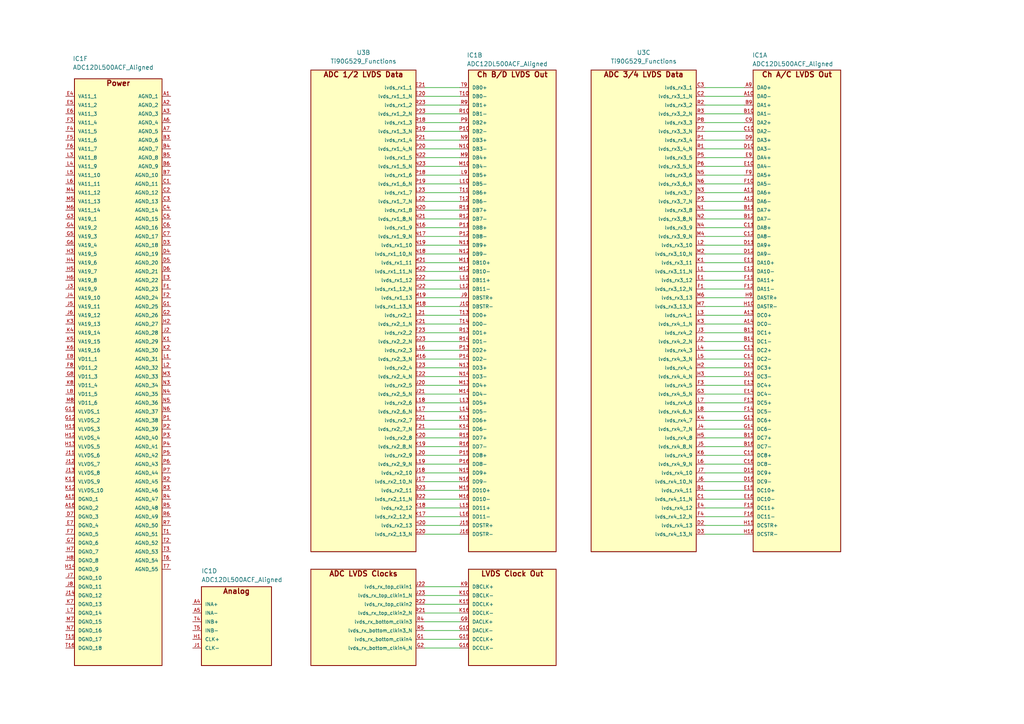
<source format=kicad_sch>
(kicad_sch (version 20250114) (generator "eeschema") (generator_version "9.0")
  (paper "A4")
  (lib_symbols
    (symbol "Aligned_Peripheral_Symbols:ADC12DL500ACF_Aligned" (pin_names (offset 1.016))
      (property "Reference" "IC" (at 0 1.27 0))
      (property "Value" "ADC12DL500ACF_Aligned" (at 0 -1.27 0))
      (symbol "ADC12DL500ACF_Aligned_1_1"
        (text "Ch A/C LVDS Out" (at 12.7 68.58 0) (effects (font (size 1.524 1.524) (bold yes))))
        (pin output line (at -2.54 64.77 0) (length 2.54) (name "DA0+") (number "A9"))
        (pin output line (at -2.54 62.23 0) (length 2.54) (name "DA0-") (number "A10"))
        (pin output line (at -2.54 59.69 0) (length 2.54) (name "DA1+") (number "B9"))
        (pin output line (at -2.54 57.15 0) (length 2.54) (name "DA1-") (number "B10"))
        (pin output line (at -2.54 54.61 0) (length 2.54) (name "DA2+") (number "C9"))
        (pin output line (at -2.54 52.07 0) (length 2.54) (name "DA2-") (number "C10"))
        (pin output line (at -2.54 49.53 0) (length 2.54) (name "DA3+") (number "D9"))
        (pin output line (at -2.54 46.99 0) (length 2.54) (name "DA3-") (number "D10"))
        (pin output line (at -2.54 44.45 0) (length 2.54) (name "DA4+") (number "E9"))
        (pin output line (at -2.54 41.91 0) (length 2.54) (name "DA4-") (number "E10"))
        (pin output line (at -2.54 39.37 0) (length 2.54) (name "DA5+") (number "F9"))
        (pin output line (at -2.54 36.83 0) (length 2.54) (name "DA5-") (number "F10"))
        (pin output line (at -2.54 34.29 0) (length 2.54) (name "DA6+") (number "A11"))
        (pin output line (at -2.54 31.75 0) (length 2.54) (name "DA6-") (number "A12"))
        (pin output line (at -2.54 29.21 0) (length 2.54) (name "DA7+") (number "B11"))
        (pin output line (at -2.54 26.67 0) (length 2.54) (name "DA7-") (number "B12"))
        (pin output line (at -2.54 24.13 0) (length 2.54) (name "DA8+") (number "C11"))
        (pin output line (at -2.54 21.59 0) (length 2.54) (name "DA8-") (number "C12"))
        (pin output line (at -2.54 19.05 0) (length 2.54) (name "DA9+") (number "D11"))
        (pin output line (at -2.54 16.51 0) (length 2.54) (name "DA9-") (number "D12"))
        (pin output line (at -2.54 13.97 0) (length 2.54) (name "DA10+") (number "E11"))
        (pin output line (at -2.54 11.43 0) (length 2.54) (name "DA10-") (number "E12"))
        (pin output line (at -2.54 8.89 0) (length 2.54) (name "DA11+") (number "F11"))
        (pin output line (at -2.54 6.35 0) (length 2.54) (name "DA11-") (number "F12"))
        (pin output line (at -2.54 3.81 0) (length 2.54) (name "DASTR+") (number "H9"))
        (pin output line (at -2.54 1.27 0) (length 2.54) (name "DASTR-") (number "H10"))
        (pin output line (at -2.54 -1.27 0) (length 2.54) (name "DC0+") (number "A13"))
        (pin output line (at -2.54 -3.81 0) (length 2.54) (name "DC0-") (number "A14"))
        (pin output line (at -2.54 -6.35 0) (length 2.54) (name "DC1+") (number "B13"))
        (pin output line (at -2.54 -8.89 0) (length 2.54) (name "DC1-") (number "B14"))
        (pin output line (at -2.54 -11.43 0) (length 2.54) (name "DC2+") (number "C13"))
        (pin output line (at -2.54 -13.97 0) (length 2.54) (name "DC2-") (number "C14"))
        (pin output line (at -2.54 -16.51 0) (length 2.54) (name "DC3+") (number "D13"))
        (pin output line (at -2.54 -19.05 0) (length 2.54) (name "DC3-") (number "D14"))
        (pin output line (at -2.54 -21.59 0) (length 2.54) (name "DC4+") (number "E13"))
        (pin output line (at -2.54 -24.13 0) (length 2.54) (name "DC4-") (number "E14"))
        (pin output line (at -2.54 -26.67 0) (length 2.54) (name "DC5+") (number "F13"))
        (pin output line (at -2.54 -29.21 0) (length 2.54) (name "DC5-") (number "F14"))
        (pin output line (at -2.54 -31.75 0) (length 2.54) (name "DC6+") (number "G13"))
        (pin output line (at -2.54 -34.29 0) (length 2.54) (name "DC6-") (number "G14"))
        (pin output line (at -2.54 -36.83 0) (length 2.54) (name "DC7+") (number "B15"))
        (pin output line (at -2.54 -39.37 0) (length 2.54) (name "DC7-") (number "B16"))
        (pin output line (at -2.54 -41.91 0) (length 2.54) (name "DC8+") (number "C15"))
        (pin output line (at -2.54 -44.45 0) (length 2.54) (name "DC8-") (number "C16"))
        (pin output line (at -2.54 -46.99 0) (length 2.54) (name "DC9+") (number "D15"))
        (pin output line (at -2.54 -49.53 0) (length 2.54) (name "DC9-") (number "D16"))
        (pin output line (at -2.54 -52.07 0) (length 2.54) (name "DC10+") (number "E15"))
        (pin output line (at -2.54 -54.61 0) (length 2.54) (name "DC10-") (number "E16"))
        (pin output line (at -2.54 -57.15 0) (length 2.54) (name "DC11+") (number "F15"))
        (pin output line (at -2.54 -59.69 0) (length 2.54) (name "DC11-") (number "F16"))
        (pin output line (at -2.54 -62.23 0) (length 2.54) (name "DCSTR+") (number "H15"))
        (pin output line (at -2.54 -64.77 0) (length 2.54) (name "DCSTR-") (number "H16"))
      )
      (symbol "ADC12DL500ACF_Aligned_2_1"
        (text "Ch B/D LVDS Out" (at 12.7 68.58 0) (effects (font (size 1.524 1.524) (bold yes))))
        (pin output line (at -2.54 64.77 0) (length 2.54) (name "DB0+") (number "T9"))
        (pin output line (at -2.54 62.23 0) (length 2.54) (name "DB0-") (number "T10"))
        (pin output line (at -2.54 59.69 0) (length 2.54) (name "DB1+") (number "R9"))
        (pin output line (at -2.54 57.15 0) (length 2.54) (name "DB1-") (number "R10"))
        (pin output line (at -2.54 54.61 0) (length 2.54) (name "DB2+") (number "P9"))
        (pin output line (at -2.54 52.07 0) (length 2.54) (name "DB2-") (number "P10"))
        (pin output line (at -2.54 49.53 0) (length 2.54) (name "DB3+") (number "N9"))
        (pin output line (at -2.54 46.99 0) (length 2.54) (name "DB3-") (number "N10"))
        (pin output line (at -2.54 44.45 0) (length 2.54) (name "DB4+") (number "M9"))
        (pin output line (at -2.54 41.91 0) (length 2.54) (name "DB4-") (number "M10"))
        (pin output line (at -2.54 39.37 0) (length 2.54) (name "DB5+") (number "L9"))
        (pin output line (at -2.54 36.83 0) (length 2.54) (name "DB5-") (number "L10"))
        (pin output line (at -2.54 34.29 0) (length 2.54) (name "DB6+") (number "T11"))
        (pin output line (at -2.54 31.75 0) (length 2.54) (name "DB6-") (number "T12"))
        (pin output line (at -2.54 29.21 0) (length 2.54) (name "DB7+") (number "R11"))
        (pin output line (at -2.54 26.67 0) (length 2.54) (name "DB7-") (number "R12"))
        (pin output line (at -2.54 24.13 0) (length 2.54) (name "DB8+") (number "P11"))
        (pin output line (at -2.54 21.59 0) (length 2.54) (name "DB8-") (number "P12"))
        (pin output line (at -2.54 19.05 0) (length 2.54) (name "DB9+") (number "N11"))
        (pin output line (at -2.54 16.51 0) (length 2.54) (name "DB9-") (number "N12"))
        (pin output line (at -2.54 13.97 0) (length 2.54) (name "DB10+") (number "M11"))
        (pin output line (at -2.54 11.43 0) (length 2.54) (name "DB10-") (number "M12"))
        (pin output line (at -2.54 8.89 0) (length 2.54) (name "DB11+") (number "L11"))
        (pin output line (at -2.54 6.35 0) (length 2.54) (name "DB11-") (number "L12"))
        (pin output line (at -2.54 3.81 0) (length 2.54) (name "DBSTR+") (number "J9"))
        (pin output line (at -2.54 1.27 0) (length 2.54) (name "DBSTR-") (number "J10"))
        (pin output line (at -2.54 -1.27 0) (length 2.54) (name "DD0+") (number "T13"))
        (pin output line (at -2.54 -3.81 0) (length 2.54) (name "DD0-") (number "T14"))
        (pin output line (at -2.54 -6.35 0) (length 2.54) (name "DD1+") (number "R13"))
        (pin output line (at -2.54 -8.89 0) (length 2.54) (name "DD1-") (number "R14"))
        (pin output line (at -2.54 -11.43 0) (length 2.54) (name "DD2+") (number "P13"))
        (pin output line (at -2.54 -13.97 0) (length 2.54) (name "DD2-") (number "P14"))
        (pin output line (at -2.54 -16.51 0) (length 2.54) (name "DD3+") (number "N13"))
        (pin output line (at -2.54 -19.05 0) (length 2.54) (name "DD3-") (number "N14"))
        (pin output line (at -2.54 -21.59 0) (length 2.54) (name "DD4+") (number "M13"))
        (pin output line (at -2.54 -24.13 0) (length 2.54) (name "DD4-") (number "M14"))
        (pin output line (at -2.54 -26.67 0) (length 2.54) (name "DD5+") (number "L13"))
        (pin output line (at -2.54 -29.21 0) (length 2.54) (name "DD5-") (number "L14"))
        (pin output line (at -2.54 -31.75 0) (length 2.54) (name "DD6+") (number "K13"))
        (pin output line (at -2.54 -34.29 0) (length 2.54) (name "DD6-") (number "K14"))
        (pin output line (at -2.54 -36.83 0) (length 2.54) (name "DD7+") (number "R15"))
        (pin output line (at -2.54 -39.37 0) (length 2.54) (name "DD7-") (number "R16"))
        (pin output line (at -2.54 -41.91 0) (length 2.54) (name "DD8+") (number "P15"))
        (pin output line (at -2.54 -44.45 0) (length 2.54) (name "DD8-") (number "P16"))
        (pin output line (at -2.54 -46.99 0) (length 2.54) (name "DD9+") (number "N15"))
        (pin output line (at -2.54 -49.53 0) (length 2.54) (name "DD9-") (number "N16"))
        (pin output line (at -2.54 -52.07 0) (length 2.54) (name "DD10+") (number "M15"))
        (pin output line (at -2.54 -54.61 0) (length 2.54) (name "DD10-") (number "M16"))
        (pin output line (at -2.54 -57.15 0) (length 2.54) (name "DD11+") (number "L15"))
        (pin output line (at -2.54 -59.69 0) (length 2.54) (name "DD11-") (number "L16"))
        (pin output line (at -2.54 -62.23 0) (length 2.54) (name "DDSTR+") (number "J15"))
        (pin output line (at -2.54 -64.77 0) (length 2.54) (name "DDSTR-") (number "J16"))
      )
      (symbol "ADC12DL500ACF_Aligned_3_1"
        (text "LVDS Clock Out" (at 12.7 12.7 0) (effects (font (size 1.524 1.524) (bold yes))))
        (pin output line (at -2.54 8.89 0) (length 2.54) (name "DBCLK+") (number "K9"))
        (pin output line (at -2.54 6.35 0) (length 2.54) (name "DBCLK-") (number "K10"))
        (pin output line (at -2.54 3.81 0) (length 2.54) (name "DDCLK+") (number "K15"))
        (pin output line (at -2.54 1.27 0) (length 2.54) (name "DDCLK-") (number "K16"))
        (pin output line (at -2.54 -1.27 0) (length 2.54) (name "DACLK+") (number "G9"))
        (pin output line (at -2.54 -3.81 0) (length 2.54) (name "DACLK-") (number "G10"))
        (pin output line (at -2.54 -6.35 0) (length 2.54) (name "DCCLK+") (number "G15"))
        (pin output line (at -2.54 -8.89 0) (length 2.54) (name "DCCLK-") (number "G16"))
      )
      (symbol "ADC12DL500ACF_Aligned_4_1"
        (text "Analog" (at 10.16 10.16 0) (effects (font (size 1.524 1.524) (bold yes))))
        (pin input line (at -2.54 6.35 0) (length 2.54) (name "INA+") (number "A4"))
        (pin input line (at -2.54 3.81 0) (length 2.54) (name "INA-") (number "A5"))
        (pin input line (at -2.54 1.27 0) (length 2.54) (name "INB+") (number "T4"))
        (pin input line (at -2.54 -1.27 0) (length 2.54) (name "INB-") (number "T5"))
        (pin input line (at -2.54 -3.81 0) (length 2.54) (name "CLK+") (number "H1"))
        (pin input line (at -2.54 -6.35 0) (length 2.54) (name "CLK-") (number "J1"))
      )
      (symbol "ADC12DL500ACF_Aligned_5_1"
        (text "Control/SPI" (at 10.16 26.67 0) (effects (font (size 1.524 1.524) (bold yes))))
        (pin output line (at -2.54 22.86 0) (length 2.54) (name "CALSTAT") (number "B1"))
        (pin input line (at -2.54 20.32 0) (length 2.54) (name "CALTRIG") (number "B2"))
        (pin input line (at -2.54 17.78 0) (length 2.54) (name "SYNCSE") (number "E2"))
        (pin input line (at -2.54 15.24 0) (length 2.54) (name "TMSTP+") (number "D1"))
        (pin input line (at -2.54 12.7 0) (length 2.54) (name "TMSTP-") (number "E1"))
        (pin input line (at -2.54 10.16 0) (length 2.54) (name "SYSREF+") (number "M1"))
        (pin input line (at -2.54 7.62 0) (length 2.54) (name "SYSREF-") (number "N1"))
        (pin input line (at -2.54 5.08 0) (length 2.54) (name "PD") (number "R1"))
        (pin input line (at -2.54 2.54 0) (length 2.54) (name "SDI") (number "P8"))
        (pin output line (at -2.54 0 0) (length 2.54) (name "SDO") (number "N8"))
        (pin input line (at -2.54 -2.54 0) (length 2.54) (name "SCLK") (number "T8"))
        (pin input line (at -2.54 -5.08 0) (length 2.54) (name "SCS") (number "R8"))
        (pin passive line (at -2.54 -7.62 0) (length 2.54) (name "BG") (number "D2"))
        (pin passive line (at -2.54 -10.16 0) (length 2.54) (name "TDIODE+") (number "M2"))
        (pin passive line (at -2.54 -12.7 0) (length 2.54) (name "TDIODE-") (number "N2"))
        (pin output line (at -2.54 -15.24 0) (length 2.54) (name "ORA0") (number "B8"))
        (pin output line (at -2.54 -17.78 0) (length 2.54) (name "ORA1") (number "A8"))
        (pin output line (at -2.54 -20.32 0) (length 2.54) (name "ORB0") (number "D8"))
        (pin output line (at -2.54 -22.86 0) (length 2.54) (name "ORB1") (number "C8"))
      )
      (symbol "ADC12DL500ACF_Aligned_6_1"
        (text "Power" (at 12.7 83.82 0) (effects (font (size 1.524 1.524) (bold yes))))
        (pin power_in line (at -2.54 80.01 0) (length 2.54) (name "VA11_1") (number "E4"))
        (pin power_in line (at -2.54 77.47 0) (length 2.54) (name "VA11_2") (number "E5"))
        (pin power_in line (at -2.54 74.93 0) (length 2.54) (name "VA11_3") (number "E6"))
        (pin power_in line (at -2.54 72.39 0) (length 2.54) (name "VA11_4") (number "F3"))
        (pin power_in line (at -2.54 69.85 0) (length 2.54) (name "VA11_5") (number "F4"))
        (pin power_in line (at -2.54 67.31 0) (length 2.54) (name "VA11_6") (number "F5"))
        (pin power_in line (at -2.54 64.77 0) (length 2.54) (name "VA11_7") (number "F6"))
        (pin power_in line (at -2.54 62.23 0) (length 2.54) (name "VA11_8") (number "L3"))
        (pin power_in line (at -2.54 59.69 0) (length 2.54) (name "VA11_9") (number "L4"))
        (pin power_in line (at -2.54 57.15 0) (length 2.54) (name "VA11_10") (number "L5"))
        (pin power_in line (at -2.54 54.61 0) (length 2.54) (name "VA11_11") (number "L6"))
        (pin power_in line (at -2.54 52.07 0) (length 2.54) (name "VA11_12") (number "M4"))
        (pin power_in line (at -2.54 49.53 0) (length 2.54) (name "VA11_13") (number "M5"))
        (pin power_in line (at -2.54 46.99 0) (length 2.54) (name "VA11_14") (number "M6"))
        (pin power_in line (at -2.54 44.45 0) (length 2.54) (name "VA19_1") (number "G3"))
        (pin power_in line (at -2.54 41.91 0) (length 2.54) (name "VA19_2") (number "G4"))
        (pin power_in line (at -2.54 39.37 0) (length 2.54) (name "VA19_3") (number "G5"))
        (pin power_in line (at -2.54 36.83 0) (length 2.54) (name "VA19_4") (number "G6"))
        (pin power_in line (at -2.54 34.29 0) (length 2.54) (name "VA19_5") (number "H3"))
        (pin power_in line (at -2.54 31.75 0) (length 2.54) (name "VA19_6") (number "H4"))
        (pin power_in line (at -2.54 29.21 0) (length 2.54) (name "VA19_7") (number "H5"))
        (pin power_in line (at -2.54 26.67 0) (length 2.54) (name "VA19_8") (number "H6"))
        (pin power_in line (at -2.54 24.13 0) (length 2.54) (name "VA19_9") (number "J3"))
        (pin power_in line (at -2.54 21.59 0) (length 2.54) (name "VA19_10") (number "J4"))
        (pin power_in line (at -2.54 19.05 0) (length 2.54) (name "VA19_11") (number "J5"))
        (pin power_in line (at -2.54 16.51 0) (length 2.54) (name "VA19_12") (number "J6"))
        (pin power_in line (at -2.54 13.97 0) (length 2.54) (name "VA19_13") (number "K3"))
        (pin power_in line (at -2.54 11.43 0) (length 2.54) (name "VA19_14") (number "K4"))
        (pin power_in line (at -2.54 8.89 0) (length 2.54) (name "VA19_15") (number "K5"))
        (pin power_in line (at -2.54 6.35 0) (length 2.54) (name "VA19_16") (number "K6"))
        (pin power_in line (at -2.54 3.81 0) (length 2.54) (name "VD11_1") (number "E8"))
        (pin power_in line (at -2.54 1.27 0) (length 2.54) (name "VD11_2") (number "F8"))
        (pin power_in line (at -2.54 -1.27 0) (length 2.54) (name "VD11_3") (number "G8"))
        (pin power_in line (at -2.54 -3.81 0) (length 2.54) (name "VD11_4") (number "K8"))
        (pin power_in line (at -2.54 -6.35 0) (length 2.54) (name "VD11_5") (number "L8"))
        (pin power_in line (at -2.54 -8.89 0) (length 2.54) (name "VD11_6") (number "M8"))
        (pin power_in line (at -2.54 -11.43 0) (length 2.54) (name "VLVDS_1") (number "G11"))
        (pin power_in line (at -2.54 -13.97 0) (length 2.54) (name "VLVDS_2") (number "G12"))
        (pin power_in line (at -2.54 -16.51 0) (length 2.54) (name "VLVDS_3") (number "H11"))
        (pin power_in line (at -2.54 -19.05 0) (length 2.54) (name "VLVDS_4") (number "H12"))
        (pin power_in line (at -2.54 -21.59 0) (length 2.54) (name "VLVDS_5") (number "H13"))
        (pin power_in line (at -2.54 -24.13 0) (length 2.54) (name "VLVDS_6") (number "J11"))
        (pin power_in line (at -2.54 -26.67 0) (length 2.54) (name "VLVDS_7") (number "J12"))
        (pin power_in line (at -2.54 -29.21 0) (length 2.54) (name "VLVDS_8") (number "J13"))
        (pin power_in line (at -2.54 -31.75 0) (length 2.54) (name "VLVDS_9") (number "K11"))
        (pin power_in line (at -2.54 -34.29 0) (length 2.54) (name "VLVDS_10") (number "K12"))
        (pin power_in line (at -2.54 -36.83 0) (length 2.54) (name "DGND_1") (number "A15"))
        (pin power_in line (at -2.54 -39.37 0) (length 2.54) (name "DGND_2") (number "A16"))
        (pin power_in line (at -2.54 -41.91 0) (length 2.54) (name "DGND_3") (number "D7"))
        (pin power_in line (at -2.54 -44.45 0) (length 2.54) (name "DGND_4") (number "E7"))
        (pin power_in line (at -2.54 -46.99 0) (length 2.54) (name "DGND_5") (number "F7"))
        (pin power_in line (at -2.54 -49.53 0) (length 2.54) (name "DGND_6") (number "G7"))
        (pin power_in line (at -2.54 -52.07 0) (length 2.54) (name "DGND_7") (number "H7"))
        (pin power_in line (at -2.54 -54.61 0) (length 2.54) (name "DGND_8") (number "H8"))
        (pin power_in line (at -2.54 -57.15 0) (length 2.54) (name "DGND_9") (number "H14"))
        (pin power_in line (at -2.54 -59.69 0) (length 2.54) (name "DGND_10") (number "J7"))
        (pin power_in line (at -2.54 -62.23 0) (length 2.54) (name "DGND_11") (number "J8"))
        (pin power_in line (at -2.54 -64.77 0) (length 2.54) (name "DGND_12") (number "J14"))
        (pin power_in line (at -2.54 -67.31 0) (length 2.54) (name "DGND_13") (number "K7"))
        (pin power_in line (at -2.54 -69.85 0) (length 2.54) (name "DGND_14") (number "L7"))
        (pin power_in line (at -2.54 -72.39 0) (length 2.54) (name "DGND_15") (number "M7"))
        (pin power_in line (at -2.54 -74.93 0) (length 2.54) (name "DGND_16") (number "N7"))
        (pin power_in line (at -2.54 -77.47 0) (length 2.54) (name "DGND_17") (number "T15"))
        (pin power_in line (at -2.54 -80.01 0) (length 2.54) (name "DGND_18") (number "T16"))
        (pin power_in line (at 27.94 80.01 180) (length 2.54) (name "AGND_1") (number "A1"))
        (pin power_in line (at 27.94 77.47 180) (length 2.54) (name "AGND_2") (number "A2"))
        (pin power_in line (at 27.94 74.93 180) (length 2.54) (name "AGND_3") (number "A3"))
        (pin power_in line (at 27.94 72.39 180) (length 2.54) (name "AGND_4") (number "A6"))
        (pin power_in line (at 27.94 69.85 180) (length 2.54) (name "AGND_5") (number "A7"))
        (pin power_in line (at 27.94 67.31 180) (length 2.54) (name "AGND_6") (number "B3"))
        (pin power_in line (at 27.94 64.77 180) (length 2.54) (name "AGND_7") (number "B4"))
        (pin power_in line (at 27.94 62.23 180) (length 2.54) (name "AGND_8") (number "B5"))
        (pin power_in line (at 27.94 59.69 180) (length 2.54) (name "AGND_9") (number "B6"))
        (pin power_in line (at 27.94 57.15 180) (length 2.54) (name "AGND_10") (number "B7"))
        (pin power_in line (at 27.94 54.61 180) (length 2.54) (name "AGND_11") (number "C1"))
        (pin power_in line (at 27.94 52.07 180) (length 2.54) (name "AGND_12") (number "C2"))
        (pin power_in line (at 27.94 49.53 180) (length 2.54) (name "AGND_13") (number "C3"))
        (pin power_in line (at 27.94 46.99 180) (length 2.54) (name "AGND_14") (number "C4"))
        (pin power_in line (at 27.94 44.45 180) (length 2.54) (name "AGND_15") (number "C5"))
        (pin power_in line (at 27.94 41.91 180) (length 2.54) (name "AGND_16") (number "C6"))
        (pin power_in line (at 27.94 39.37 180) (length 2.54) (name "AGND_17") (number "C7"))
        (pin power_in line (at 27.94 36.83 180) (length 2.54) (name "AGND_18") (number "D3"))
        (pin power_in line (at 27.94 34.29 180) (length 2.54) (name "AGND_19") (number "D4"))
        (pin power_in line (at 27.94 31.75 180) (length 2.54) (name "AGND_20") (number "D5"))
        (pin power_in line (at 27.94 29.21 180) (length 2.54) (name "AGND_21") (number "D6"))
        (pin power_in line (at 27.94 26.67 180) (length 2.54) (name "AGND_22") (number "E3"))
        (pin power_in line (at 27.94 24.13 180) (length 2.54) (name "AGND_23") (number "F1"))
        (pin power_in line (at 27.94 21.59 180) (length 2.54) (name "AGND_24") (number "F2"))
        (pin power_in line (at 27.94 19.05 180) (length 2.54) (name "AGND_25") (number "G1"))
        (pin power_in line (at 27.94 16.51 180) (length 2.54) (name "AGND_26") (number "G2"))
        (pin power_in line (at 27.94 13.97 180) (length 2.54) (name "AGND_27") (number "H2"))
        (pin power_in line (at 27.94 11.43 180) (length 2.54) (name "AGND_28") (number "J2"))
        (pin power_in line (at 27.94 8.89 180) (length 2.54) (name "AGND_29") (number "K1"))
        (pin power_in line (at 27.94 6.35 180) (length 2.54) (name "AGND_30") (number "K2"))
        (pin power_in line (at 27.94 3.81 180) (length 2.54) (name "AGND_31") (number "L1"))
        (pin power_in line (at 27.94 1.27 180) (length 2.54) (name "AGND_32") (number "L2"))
        (pin power_in line (at 27.94 -1.27 180) (length 2.54) (name "AGND_33") (number "M3"))
        (pin power_in line (at 27.94 -3.81 180) (length 2.54) (name "AGND_34") (number "N3"))
        (pin power_in line (at 27.94 -6.35 180) (length 2.54) (name "AGND_35") (number "N4"))
        (pin power_in line (at 27.94 -8.89 180) (length 2.54) (name "AGND_36") (number "N5"))
        (pin power_in line (at 27.94 -11.43 180) (length 2.54) (name "AGND_37") (number "N6"))
        (pin power_in line (at 27.94 -13.97 180) (length 2.54) (name "AGND_38") (number "P1"))
        (pin power_in line (at 27.94 -16.51 180) (length 2.54) (name "AGND_39") (number "P2"))
        (pin power_in line (at 27.94 -19.05 180) (length 2.54) (name "AGND_40") (number "P3"))
        (pin power_in line (at 27.94 -21.59 180) (length 2.54) (name "AGND_41") (number "P4"))
        (pin power_in line (at 27.94 -24.13 180) (length 2.54) (name "AGND_42") (number "P5"))
        (pin power_in line (at 27.94 -26.67 180) (length 2.54) (name "AGND_43") (number "P6"))
        (pin power_in line (at 27.94 -29.21 180) (length 2.54) (name "AGND_44") (number "P7"))
        (pin power_in line (at 27.94 -31.75 180) (length 2.54) (name "AGND_45") (number "R2"))
        (pin power_in line (at 27.94 -34.29 180) (length 2.54) (name "AGND_46") (number "R3"))
        (pin power_in line (at 27.94 -36.83 180) (length 2.54) (name "AGND_47") (number "R4"))
        (pin power_in line (at 27.94 -39.37 180) (length 2.54) (name "AGND_48") (number "R5"))
        (pin power_in line (at 27.94 -41.91 180) (length 2.54) (name "AGND_49") (number "R6"))
        (pin power_in line (at 27.94 -44.45 180) (length 2.54) (name "AGND_50") (number "R7"))
        (pin power_in line (at 27.94 -46.99 180) (length 2.54) (name "AGND_51") (number "T1"))
        (pin power_in line (at 27.94 -49.53 180) (length 2.54) (name "AGND_52") (number "T2"))
        (pin power_in line (at 27.94 -52.07 180) (length 2.54) (name "AGND_53") (number "T3"))
        (pin power_in line (at 27.94 -54.61 180) (length 2.54) (name "AGND_54") (number "T6"))
        (pin power_in line (at 27.94 -57.15 180) (length 2.54) (name "AGND_55") (number "T7"))
      )
    )
    (symbol "Ti90G529_Functions:Ti90G529_Functions" (pin_names (offset 1.016))
      (property "Reference" "U" (at 0 1.27 0))
      (property "Value" "Ti90G529_Functions" (at 0 -1.27 0))
      (symbol "Ti90G529_Functions_1_1"
        (text "FT601 Interface" (at 15.24 62.23 0) (effects (font (size 1.524 1.524) (bold yes))))
        (pin bidirectional line (at -2.54 58.42 0) (length 2.54) (name "ftdi_data[0]") (number "F9"))
        (pin bidirectional line (at -2.54 55.88 0) (length 2.54) (name "ftdi_data[1]") (number "A5"))
        (pin bidirectional line (at -2.54 53.34 0) (length 2.54) (name "ftdi_data[2]") (number "E6"))
        (pin bidirectional line (at -2.54 50.8 0) (length 2.54) (name "ftdi_data[3]") (number "B7"))
        (pin bidirectional line (at -2.54 48.26 0) (length 2.54) (name "ftdi_data[4]") (number "C7"))
        (pin bidirectional line (at -2.54 45.72 0) (length 2.54) (name "ftdi_data[5]") (number "E8"))
        (pin bidirectional line (at -2.54 43.18 0) (length 2.54) (name "ftdi_data[6]") (number "A8"))
        (pin bidirectional line (at -2.54 40.64 0) (length 2.54) (name "ftdi_data[7]") (number "C9"))
        (pin bidirectional line (at -2.54 38.1 0) (length 2.54) (name "ftdi_data[8]") (number "E9"))
        (pin bidirectional line (at -2.54 35.56 0) (length 2.54) (name "ftdi_data[9]") (number "E10"))
        (pin bidirectional line (at -2.54 33.02 0) (length 2.54) (name "ftdi_data[10]") (number "C10"))
        (pin bidirectional line (at -2.54 30.48 0) (length 2.54) (name "ftdi_data[11]") (number "H11"))
        (pin bidirectional line (at -2.54 27.94 0) (length 2.54) (name "ftdi_data[12]") (number "A10"))
        (pin bidirectional line (at -2.54 25.4 0) (length 2.54) (name "ftdi_data[13]") (number "C11"))
        (pin bidirectional line (at -2.54 22.86 0) (length 2.54) (name "ftdi_data[14]") (number "G11"))
        (pin bidirectional line (at -2.54 20.32 0) (length 2.54) (name "ftdi_data[15]") (number "B12"))
        (pin bidirectional line (at -2.54 17.78 0) (length 2.54) (name "ftdi_data[16]") (number "E11"))
        (pin bidirectional line (at -2.54 15.24 0) (length 2.54) (name "ftdi_data[17]") (number "G12"))
        (pin bidirectional line (at -2.54 12.7 0) (length 2.54) (name "ftdi_data[18]") (number "D12"))
        (pin bidirectional line (at -2.54 10.16 0) (length 2.54) (name "ftdi_data[19]") (number "A13"))
        (pin bidirectional line (at -2.54 7.62 0) (length 2.54) (name "ftdi_data[20]") (number "H13"))
        (pin bidirectional line (at -2.54 5.08 0) (length 2.54) (name "ftdi_data[21]") (number "B13"))
        (pin bidirectional line (at -2.54 2.54 0) (length 2.54) (name "ftdi_data[22]") (number "F13"))
        (pin bidirectional line (at -2.54 0 0) (length 2.54) (name "ftdi_data[23]") (number "G14"))
        (pin bidirectional line (at -2.54 -2.54 0) (length 2.54) (name "ftdi_data[24]") (number "E14"))
        (pin bidirectional line (at -2.54 -5.08 0) (length 2.54) (name "ftdi_data[25]") (number "B15"))
        (pin bidirectional line (at -2.54 -7.62 0) (length 2.54) (name "ftdi_data[26]") (number "C15"))
        (pin bidirectional line (at -2.54 -10.16 0) (length 2.54) (name "ftdi_data[27]") (number "A16"))
        (pin bidirectional line (at -2.54 -12.7 0) (length 2.54) (name "ftdi_data[28]") (number "A17"))
        (pin bidirectional line (at -2.54 -15.24 0) (length 2.54) (name "ftdi_data[29]") (number "C16"))
        (pin bidirectional line (at -2.54 -17.78 0) (length 2.54) (name "ftdi_data[30]") (number "B18"))
        (pin bidirectional line (at -2.54 -20.32 0) (length 2.54) (name "ftdi_data[31]") (number "A21"))
        (pin bidirectional line (at -2.54 -22.86 0) (length 2.54) (name "ftdi_be[0]") (number "D17"))
        (pin bidirectional line (at -2.54 -25.4 0) (length 2.54) (name "ftdi_be[1]") (number "C19"))
        (pin bidirectional line (at -2.54 -27.94 0) (length 2.54) (name "ftdi_be[2]") (number "C20"))
        (pin bidirectional line (at -2.54 -30.48 0) (length 2.54) (name "ftdi_be[3]") (number "E17"))
        (pin input line (at -2.54 -33.02 0) (length 2.54) (name "ftdi_clk") (number "F15"))
        (pin output line (at -2.54 -35.56 0) (length 2.54) (name "ftdi_oe_n") (number "H15"))
        (pin output line (at -2.54 -38.1 0) (length 2.54) (name "ftdi_rd_n") (number "E16"))
        (pin output line (at -2.54 -40.64 0) (length 2.54) (name "ftdi_wr_n") (number "G16"))
        (pin input line (at -2.54 -43.18 0) (length 2.54) (name "ftdi_rxf_n") (number "G15"))
        (pin input line (at -2.54 -45.72 0) (length 2.54) (name "ftdi_txe_n") (number "E15"))
        (pin output line (at -2.54 -48.26 0) (length 2.54) (name "ftdi_resetn") (number "G9"))
        (pin output line (at -2.54 -50.8 0) (length 2.54) (name "ftdi_siwu") (number "G8"))
        (pin output line (at -2.54 -53.34 0) (length 2.54) (name "ftdi_wakeupn") (number "F7"))
        (pin output line (at -2.54 -55.88 0) (length 2.54) (name "ftdi_gpio0") (number "H8"))
        (pin output line (at -2.54 -58.42 0) (length 2.54) (name "ftdi_gpio1") (number "G7"))
      )
      (symbol "Ti90G529_Functions_2_1"
        (text "ADC 1/2 LVDS Data" (at 15.24 68.58 0) (effects (font (size 1.524 1.524) (bold yes))))
        (pin input line (at 33.02 64.77 180) (length 2.54) (name "lvds_rx1_1") (number "E21"))
        (pin input line (at 33.02 62.23 180) (length 2.54) (name "lvds_rx1_1_N") (number "E20"))
        (pin input line (at 33.02 59.69 180) (length 2.54) (name "lvds_rx1_2") (number "R23"))
        (pin input line (at 33.02 57.15 180) (length 2.54) (name "lvds_rx1_2_N") (number "P23"))
        (pin input line (at 33.02 54.61 180) (length 2.54) (name "lvds_rx1_3") (number "R18"))
        (pin input line (at 33.02 52.07 180) (length 2.54) (name "lvds_rx1_3_N") (number "R19"))
        (pin input line (at 33.02 49.53 180) (length 2.54) (name "lvds_rx1_4") (number "P21"))
        (pin input line (at 33.02 46.99 180) (length 2.54) (name "lvds_rx1_4_N") (number "P20"))
        (pin input line (at 33.02 44.45 180) (length 2.54) (name "lvds_rx1_5") (number "N22"))
        (pin input line (at 33.02 41.91 180) (length 2.54) (name "lvds_rx1_5_N") (number "N23"))
        (pin input line (at 33.02 39.37 180) (length 2.54) (name "lvds_rx1_6") (number "P18"))
        (pin input line (at 33.02 36.83 180) (length 2.54) (name "lvds_rx1_6_N") (number "P19"))
        (pin input line (at 33.02 34.29 180) (length 2.54) (name "lvds_rx1_7") (number "L23"))
        (pin input line (at 33.02 31.75 180) (length 2.54) (name "lvds_rx1_7_N") (number "L22"))
        (pin input line (at 33.02 29.21 180) (length 2.54) (name "lvds_rx1_8") (number "N20"))
        (pin input line (at 33.02 26.67 180) (length 2.54) (name "lvds_rx1_8_N") (number "N21"))
        (pin input line (at 33.02 24.13 180) (length 2.54) (name "lvds_rx1_9") (number "N16"))
        (pin input line (at 33.02 21.59 180) (length 2.54) (name "lvds_rx1_9_N") (number "N17"))
        (pin input line (at 33.02 19.05 180) (length 2.54) (name "lvds_rx1_10") (number "N19"))
        (pin input line (at 33.02 16.51 180) (length 2.54) (name "lvds_rx1_10_N") (number "N18"))
        (pin input line (at 33.02 13.97 180) (length 2.54) (name "lvds_rx1_11") (number "M21"))
        (pin input line (at 33.02 11.43 180) (length 2.54) (name "lvds_rx1_11_N") (number "M22"))
        (pin input line (at 33.02 8.89 180) (length 2.54) (name "lvds_rx1_12") (number "G22"))
        (pin input line (at 33.02 6.35 180) (length 2.54) (name "lvds_rx1_12_N") (number "H22"))
        (pin input line (at 33.02 3.81 180) (length 2.54) (name "lvds_rx1_13") (number "M19"))
        (pin input line (at 33.02 1.27 180) (length 2.54) (name "lvds_rx1_13_N") (number "M18"))
        (pin input line (at 33.02 -1.27 180) (length 2.54) (name "lvds_rx2_1") (number "L21"))
        (pin input line (at 33.02 -3.81 180) (length 2.54) (name "lvds_rx2_1_N") (number "K21"))
        (pin input line (at 33.02 -6.35 180) (length 2.54) (name "lvds_rx2_2") (number "F23"))
        (pin input line (at 33.02 -8.89 180) (length 2.54) (name "lvds_rx2_2_N") (number "G23"))
        (pin input line (at 33.02 -11.43 180) (length 2.54) (name "lvds_rx2_3") (number "L16"))
        (pin input line (at 33.02 -13.97 180) (length 2.54) (name "lvds_rx2_3_N") (number "M16"))
        (pin input line (at 33.02 -16.51 180) (length 2.54) (name "lvds_rx2_4") (number "E23"))
        (pin input line (at 33.02 -19.05 180) (length 2.54) (name "lvds_rx2_4_N") (number "E22"))
        (pin input line (at 33.02 -21.59 180) (length 2.54) (name "lvds_rx2_5") (number "J20"))
        (pin input line (at 33.02 -24.13 180) (length 2.54) (name "lvds_rx2_5_N") (number "J21"))
        (pin input line (at 33.02 -26.67 180) (length 2.54) (name "lvds_rx2_6") (number "L18"))
        (pin input line (at 33.02 -29.21 180) (length 2.54) (name "lvds_rx2_6_N") (number "L17"))
        (pin input line (at 33.02 -31.75 180) (length 2.54) (name "lvds_rx2_7") (number "G21"))
        (pin input line (at 33.02 -34.29 180) (length 2.54) (name "lvds_rx2_7_N") (number "F21"))
        (pin input line (at 33.02 -36.83 180) (length 2.54) (name "lvds_rx2_8") (number "K20"))
        (pin input line (at 33.02 -39.37 180) (length 2.54) (name "lvds_rx2_8_N") (number "K19"))
        (pin input line (at 33.02 -41.91 180) (length 2.54) (name "lvds_rx2_9") (number "L20"))
        (pin input line (at 33.02 -44.45 180) (length 2.54) (name "lvds_rx2_9_N") (number "L19"))
        (pin input line (at 33.02 -46.99 180) (length 2.54) (name "lvds_rx2_10") (number "J18"))
        (pin input line (at 33.02 -49.53 180) (length 2.54) (name "lvds_rx2_10_N") (number "J17"))
        (pin input line (at 33.02 -52.07 180) (length 2.54) (name "lvds_rx2_11") (number "B23"))
        (pin input line (at 33.02 -54.61 180) (length 2.54) (name "lvds_rx2_11_N") (number "B22"))
        (pin input line (at 33.02 -57.15 180) (length 2.54) (name "lvds_rx2_12") (number "K18"))
        (pin input line (at 33.02 -59.69 180) (length 2.54) (name "lvds_rx2_12_N") (number "K17"))
        (pin input line (at 33.02 -62.23 180) (length 2.54) (name "lvds_rx2_13") (number "H20"))
        (pin input line (at 33.02 -64.77 180) (length 2.54) (name "lvds_rx2_13_N") (number "G20"))
      )
      (symbol "Ti90G529_Functions_3_1"
        (text "ADC 3/4 LVDS Data" (at 15.24 68.58 0) (effects (font (size 1.524 1.524) (bold yes))))
        (pin input line (at 33.02 64.77 180) (length 2.54) (name "lvds_rx3_1") (number "C3"))
        (pin input line (at 33.02 62.23 180) (length 2.54) (name "lvds_rx3_1_N") (number "C2"))
        (pin input line (at 33.02 59.69 180) (length 2.54) (name "lvds_rx3_2") (number "R2"))
        (pin input line (at 33.02 57.15 180) (length 2.54) (name "lvds_rx3_2_N") (number "R3"))
        (pin input line (at 33.02 54.61 180) (length 2.54) (name "lvds_rx3_3") (number "P8"))
        (pin input line (at 33.02 52.07 180) (length 2.54) (name "lvds_rx3_3_N") (number "P7"))
        (pin input line (at 33.02 49.53 180) (length 2.54) (name "lvds_rx3_4") (number "P1"))
        (pin input line (at 33.02 46.99 180) (length 2.54) (name "lvds_rx3_4_N") (number "R1"))
        (pin input line (at 33.02 44.45 180) (length 2.54) (name "lvds_rx3_5") (number "P5"))
        (pin input line (at 33.02 41.91 180) (length 2.54) (name "lvds_rx3_5_N") (number "P6"))
        (pin input line (at 33.02 39.37 180) (length 2.54) (name "lvds_rx3_6") (number "N5"))
        (pin input line (at 33.02 36.83 180) (length 2.54) (name "lvds_rx3_6_N") (number "N6"))
        (pin input line (at 33.02 34.29 180) (length 2.54) (name "lvds_rx3_7") (number "N3"))
        (pin input line (at 33.02 31.75 180) (length 2.54) (name "lvds_rx3_7_N") (number "P3"))
        (pin input line (at 33.02 29.21 180) (length 2.54) (name "lvds_rx3_8") (number "N1"))
        (pin input line (at 33.02 26.67 180) (length 2.54) (name "lvds_rx3_8_N") (number "N2"))
        (pin input line (at 33.02 24.13 180) (length 2.54) (name "lvds_rx3_9") (number "N4"))
        (pin input line (at 33.02 21.59 180) (length 2.54) (name "lvds_rx3_9_N") (number "M4"))
        (pin input line (at 33.02 19.05 180) (length 2.54) (name "lvds_rx3_10") (number "L2"))
        (pin input line (at 33.02 16.51 180) (length 2.54) (name "lvds_rx3_10_N") (number "M2"))
        (pin input line (at 33.02 13.97 180) (length 2.54) (name "lvds_rx3_11") (number "K1"))
        (pin input line (at 33.02 11.43 180) (length 2.54) (name "lvds_rx3_11_N") (number "L1"))
        (pin input line (at 33.02 8.89 180) (length 2.54) (name "lvds_rx3_12") (number "E1"))
        (pin input line (at 33.02 6.35 180) (length 2.54) (name "lvds_rx3_12_N") (number "F1"))
        (pin input line (at 33.02 3.81 180) (length 2.54) (name "lvds_rx3_13") (number "M6"))
        (pin input line (at 33.02 1.27 180) (length 2.54) (name "lvds_rx3_13_N") (number "M7"))
        (pin input line (at 33.02 -1.27 180) (length 2.54) (name "lvds_rx4_1") (number "L3"))
        (pin input line (at 33.02 -3.81 180) (length 2.54) (name "lvds_rx4_1_N") (number "K3"))
        (pin input line (at 33.02 -6.35 180) (length 2.54) (name "lvds_rx4_2") (number "J3"))
        (pin input line (at 33.02 -8.89 180) (length 2.54) (name "lvds_rx4_2_N") (number "J2"))
        (pin input line (at 33.02 -11.43 180) (length 2.54) (name "lvds_rx4_3") (number "L4"))
        (pin input line (at 33.02 -13.97 180) (length 2.54) (name "lvds_rx4_3_N") (number "L5"))
        (pin input line (at 33.02 -16.51 180) (length 2.54) (name "lvds_rx4_4") (number "H2"))
        (pin input line (at 33.02 -19.05 180) (length 2.54) (name "lvds_rx4_4_N") (number "H3"))
        (pin input line (at 33.02 -21.59 180) (length 2.54) (name "lvds_rx4_5") (number "F3"))
        (pin input line (at 33.02 -24.13 180) (length 2.54) (name "lvds_rx4_5_N") (number "G3"))
        (pin input line (at 33.02 -26.67 180) (length 2.54) (name "lvds_rx4_6") (number "L7"))
        (pin input line (at 33.02 -29.21 180) (length 2.54) (name "lvds_rx4_6_N") (number "L8"))
        (pin input line (at 33.02 -31.75 180) (length 2.54) (name "lvds_rx4_7") (number "K4"))
        (pin input line (at 33.02 -34.29 180) (length 2.54) (name "lvds_rx4_7_N") (number "J4"))
        (pin input line (at 33.02 -36.83 180) (length 2.54) (name "lvds_rx4_8") (number "H5"))
        (pin input line (at 33.02 -39.37 180) (length 2.54) (name "lvds_rx4_8_N") (number "J5"))
        (pin input line (at 33.02 -41.91 180) (length 2.54) (name "lvds_rx4_9") (number "K6"))
        (pin input line (at 33.02 -44.45 180) (length 2.54) (name "lvds_rx4_9_N") (number "L6"))
        (pin input line (at 33.02 -46.99 180) (length 2.54) (name "lvds_rx4_10") (number "J7"))
        (pin input line (at 33.02 -49.53 180) (length 2.54) (name "lvds_rx4_10_N") (number "J6"))
        (pin input line (at 33.02 -52.07 180) (length 2.54) (name "lvds_rx4_11") (number "B1"))
        (pin input line (at 33.02 -54.61 180) (length 2.54) (name "lvds_rx4_11_N") (number "C1"))
        (pin input line (at 33.02 -57.15 180) (length 2.54) (name "lvds_rx4_12") (number "E4"))
        (pin input line (at 33.02 -59.69 180) (length 2.54) (name "lvds_rx4_12_N") (number "F4"))
        (pin input line (at 33.02 -62.23 180) (length 2.54) (name "lvds_rx4_13") (number "D2"))
        (pin input line (at 33.02 -64.77 180) (length 2.54) (name "lvds_rx4_13_N") (number "D3"))
      )
      (symbol "Ti90G529_Functions_4_1"
        (text "ADC LVDS Clocks" (at 15.24 12.7 0) (effects (font (size 1.524 1.524) (bold yes))))
        (pin input line (at 33.02 8.89 180) (length 2.54) (name "lvds_rx_top_clkin1") (number "J22"))
        (pin input line (at 33.02 6.35 180) (length 2.54) (name "lvds_rx_top_clkin1_N") (number "J23"))
        (pin input line (at 33.02 3.81 180) (length 2.54) (name "lvds_rx_top_clkin2") (number "R22"))
        (pin input line (at 33.02 1.27 180) (length 2.54) (name "lvds_rx_top_clkin2_N") (number "R21"))
        (pin input line (at 33.02 -1.27 180) (length 2.54) (name "lvds_rx_bottom_clkin3") (number "R4"))
        (pin input line (at 33.02 -3.81 180) (length 2.54) (name "lvds_rx_bottom_clkin3_N") (number "R5"))
        (pin input line (at 33.02 -6.35 180) (length 2.54) (name "lvds_rx_bottom_clkin4") (number "G1"))
        (pin input line (at 33.02 -8.89 180) (length 2.54) (name "lvds_rx_bottom_clkin4_N") (number "G2"))
      )
      (symbol "Ti90G529_Functions_5_1"
        (text "DDR4 Interface" (at 15.24 58.42 0) (effects (font (size 1.524 1.524) (bold yes))))
        (pin bidirectional line (at -2.54 54.61 0) (length 2.54) (name "DDR_DQ[0]") (number "AA22"))
        (pin bidirectional line (at -2.54 52.07 0) (length 2.54) (name "DDR_DQ[1]") (number "AA23"))
        (pin bidirectional line (at -2.54 49.53 0) (length 2.54) (name "DDR_DQ[2]") (number "AA20"))
        (pin bidirectional line (at -2.54 46.99 0) (length 2.54) (name "DDR_DQ[3]") (number "AC19"))
        (pin bidirectional line (at -2.54 44.45 0) (length 2.54) (name "DDR_DQ[4]") (number "AB20"))
        (pin bidirectional line (at -2.54 41.91 0) (length 2.54) (name "DDR_DQ[5]") (number "AB19"))
        (pin bidirectional line (at -2.54 39.37 0) (length 2.54) (name "DDR_DQ[6]") (number "AC22"))
        (pin bidirectional line (at -2.54 36.83 0) (length 2.54) (name "DDR_DQ[7]") (number "AA21"))
        (pin bidirectional line (at -2.54 34.29 0) (length 2.54) (name "DDR_DQS[0]") (number "AB21"))
        (pin bidirectional line (at -2.54 31.75 0) (length 2.54) (name "DDR_DQS_N[0]") (number "AC21"))
        (pin bidirectional line (at -2.54 29.21 0) (length 2.54) (name "DDR_DM[0]") (number "AB23"))
        (pin bidirectional line (at -2.54 26.67 0) (length 2.54) (name "DDR_DQ[8]") (number "AA17"))
        (pin bidirectional line (at -2.54 24.13 0) (length 2.54) (name "DDR_DQ[9]") (number "AC17"))
        (pin bidirectional line (at -2.54 21.59 0) (length 2.54) (name "DDR_DQ[10]") (number "AA18"))
        (pin bidirectional line (at -2.54 19.05 0) (length 2.54) (name "DDR_DQ[11]") (number "AC18"))
        (pin bidirectional line (at -2.54 16.51 0) (length 2.54) (name "DDR_DQ[12]") (number "AB15"))
        (pin bidirectional line (at -2.54 13.97 0) (length 2.54) (name "DDR_DQ[13]") (number "AA15"))
        (pin bidirectional line (at -2.54 11.43 0) (length 2.54) (name "DDR_DQ[14]") (number "AC14"))
        (pin bidirectional line (at -2.54 8.89 0) (length 2.54) (name "DDR_DQ[15]") (number "AA14"))
        (pin bidirectional line (at -2.54 6.35 0) (length 2.54) (name "DDR_DQS[1]") (number "AB16"))
        (pin bidirectional line (at -2.54 3.81 0) (length 2.54) (name "DDR_DQS_N[1]") (number "AC16"))
        (pin bidirectional line (at -2.54 1.27 0) (length 2.54) (name "DDR_DM[1]") (number "AA16"))
        (pin bidirectional line (at -2.54 -1.27 0) (length 2.54) (name "DDR_DQ[16]") (number "AB9"))
        (pin bidirectional line (at -2.54 -3.81 0) (length 2.54) (name "DDR_DQ[17]") (number "AA9"))
        (pin bidirectional line (at -2.54 -6.35 0) (length 2.54) (name "DDR_DQ[18]") (number "AC10"))
        (pin bidirectional line (at -2.54 -8.89 0) (length 2.54) (name "DDR_DQ[19]") (number "AA10"))
        (pin bidirectional line (at -2.54 -11.43 0) (length 2.54) (name "DDR_DQ[20]") (number "AC7"))
        (pin bidirectional line (at -2.54 -13.97 0) (length 2.54) (name "DDR_DQ[21]") (number "AA7"))
        (pin bidirectional line (at -2.54 -16.51 0) (length 2.54) (name "DDR_DQ[22]") (number "AC6"))
        (pin bidirectional line (at -2.54 -19.05 0) (length 2.54) (name "DDR_DQ[23]") (number "AA6"))
        (pin bidirectional line (at -2.54 -21.59 0) (length 2.54) (name "DDR_DQS[2]") (number "AB8"))
        (pin bidirectional line (at -2.54 -24.13 0) (length 2.54) (name "DDR_DQS_N[2]") (number "AC8"))
        (pin bidirectional line (at -2.54 -26.67 0) (length 2.54) (name "DDR_DM[2]") (number "AA8"))
        (pin bidirectional line (at -2.54 -29.21 0) (length 2.54) (name "DDR_DQ[24]") (number "AB4"))
        (pin bidirectional line (at -2.54 -31.75 0) (length 2.54) (name "DDR_DQ[25]") (number "AA4"))
        (pin bidirectional line (at -2.54 -34.29 0) (length 2.54) (name "DDR_DQ[26]") (number "AC5"))
        (pin bidirectional line (at -2.54 -36.83 0) (length 2.54) (name "DDR_DQ[27]") (number "AA5"))
        (pin bidirectional line (at -2.54 -39.37 0) (length 2.54) (name "DDR_DQ[28]") (number "AB1"))
        (pin bidirectional line (at -2.54 -41.91 0) (length 2.54) (name "DDR_DQ[29]") (number "AA1"))
        (pin bidirectional line (at -2.54 -44.45 0) (length 2.54) (name "DDR_DQ[30]") (number "AA2"))
        (pin bidirectional line (at -2.54 -46.99 0) (length 2.54) (name "DDR_DQ[31]") (number "AC2"))
        (pin bidirectional line (at -2.54 -49.53 0) (length 2.54) (name "DDR_DQS[3]") (number "AB3"))
        (pin bidirectional line (at -2.54 -52.07 0) (length 2.54) (name "DDR_DQS_N[3]") (number "AC3"))
        (pin bidirectional line (at -2.54 -54.61 0) (length 2.54) (name "DDR_DM[3]") (number "AA3"))
        (pin output line (at 33.02 54.61 180) (length 2.54) (name "DDR_CS_N[0]") (number "Y15"))
        (pin output line (at 33.02 52.07 180) (length 2.54) (name "DDR_CS_N[1]") (number "W16"))
        (pin output line (at 33.02 49.53 180) (length 2.54) (name "DDR_CS_N[2]") (number "W17"))
        (pin output line (at 33.02 46.99 180) (length 2.54) (name "DDR_CS_N[3]") (number "Y17"))
        (pin output line (at 33.02 44.45 180) (length 2.54) (name "DDR_CKE[0]") (number "AA12"))
        (pin output line (at 33.02 39.37 180) (length 2.54) (name "DDR_CKE[1]") (number "AA13"))
        (pin output line (at 33.02 36.83 180) (length 2.54) (name "DDR_CK") (number "AC12"))
        (pin output line (at 33.02 31.75 180) (length 2.54) (name "DDR_CK_N") (number "AB12"))
        (pin output line (at 33.02 26.67 180) (length 2.54) (name "DDR_RST_N") (number "AC13"))
        (pin output line (at 33.02 24.13 180) (length 2.54) (name "DDR_A[0]") (number "AC11"))
        (pin output line (at 33.02 19.05 180) (length 2.54) (name "DDR_A[1]") (number "AA11"))
        (pin output line (at 33.02 13.97 180) (length 2.54) (name "DDR_A[2]") (number "Y9"))
        (pin output line (at 33.02 8.89 180) (length 2.54) (name "DDR_A[3]") (number "W9"))
        (pin output line (at 33.02 3.81 180) (length 2.54) (name "DDR_A[4]") (number "W8"))
        (pin output line (at 33.02 -1.27 180) (length 2.54) (name "DDR_A[5]") (number "Y7"))
        (pin output line (at 33.02 -6.35 180) (length 2.54) (name "DDR_CAL") (number "V8"))
      )
      (symbol "Ti90G529_Functions_6_1"
        (text "Misc I/O" (at 15.24 62.23 0) (effects (font (size 1.524 1.524) (bold yes))))
        (pin input line (at -2.54 58.42 0) (length 2.54) (name "boardin[0]") (number "C13"))
        (pin input line (at -2.54 55.88 0) (length 2.54) (name "boardin[1]") (number "E13"))
        (pin input line (at -2.54 53.34 0) (length 2.54) (name "boardin[2]") (number "H14"))
        (pin input line (at -2.54 50.8 0) (length 2.54) (name "boardin[3]") (number "D14"))
        (pin input line (at -2.54 48.26 0) (length 2.54) (name "boardin[4]") (number "A7"))
        (pin input line (at -2.54 45.72 0) (length 2.54) (name "boardin[5]") (number "B19"))
        (pin input line (at -2.54 43.18 0) (length 2.54) (name "boardin[6]") (number "B20"))
        (pin input line (at -2.54 40.64 0) (length 2.54) (name "boardin[7]") (number "H9"))
        (pin input line (at -2.54 38.1 0) (length 2.54) (name "ddr_pllin") (number "U18"))
        (pin input line (at -2.54 35.56 0) (length 2.54) (name "ext_clkin") (number "C5"))
        (pin input line (at -2.54 33.02 0) (length 2.54) (name "exttrigin") (number "F5"))
        (pin input line (at -2.54 30.48 0) (length 2.54) (name "lockinfo[0]") (number "C17"))
        (pin input line (at -2.54 27.94 0) (length 2.54) (name "lockinfo[1]") (number "C18"))
        (pin input line (at -2.54 25.4 0) (length 2.54) (name "lockinfo[2]") (number "A20"))
        (pin input line (at -2.54 22.86 0) (length 2.54) (name "lockinfo[3]") (number "D18"))
        (pin input line (at -2.54 20.32 0) (length 2.54) (name "lvdsin_clk") (number "E2"))
        (pin input line (at -2.54 17.78 0) (length 2.54) (name "lvdsin_clk_N") (number "E3"))
        (pin input line (at -2.54 15.24 0) (length 2.54) (name "lvdsin_spare") (number "G6"))
        (pin input line (at -2.54 12.7 0) (length 2.54) (name "lvdsin_spare_N") (number "H6"))
        (pin input line (at -2.54 10.16 0) (length 2.54) (name "lvdsin_trig") (number "B2"))
        (pin input line (at -2.54 7.62 0) (length 2.54) (name "lvdsin_trig_N") (number "A2"))
        (pin input line (at -2.54 5.08 0) (length 2.54) (name "lvdsin_trig_b") (number "D5"))
        (pin input line (at -2.54 2.54 0) (length 2.54) (name "lvdsin_trig_b_N") (number "E5"))
        (pin input line (at -2.54 0 0) (length 2.54) (name "main_pllin") (number "W4"))
        (pin input line (at -2.54 -2.54 0) (length 2.54) (name "overrange[0]") (number "A15"))
        (pin input line (at -2.54 -5.08 0) (length 2.54) (name "overrange[1]") (number "D15"))
        (pin input line (at -2.54 -7.62 0) (length 2.54) (name "overrange[2]") (number "B16"))
        (pin input line (at -2.54 -10.16 0) (length 2.54) (name "overrange[3]") (number "A18"))
        (pin output line (at 33.02 58.42 180) (length 2.54) (name "LED[0]") (number "U1"))
        (pin output line (at 33.02 55.88 180) (length 2.54) (name "LED[1]") (number "W1"))
        (pin output line (at 33.02 53.34 180) (length 2.54) (name "LED[2]") (number "V3"))
        (pin output line (at 33.02 50.8 180) (length 2.54) (name "LED[3]") (number "W3"))
        (pin output line (at 33.02 48.26 180) (length 2.54) (name "adc_clkout") (number "U17"))
        (pin output line (at 33.02 45.72 180) (length 2.54) (name "auxout") (number "G19"))
        (pin output line (at 33.02 43.18 180) (length 2.54) (name "boardout[0]") (number "D11"))
        (pin output line (at 33.02 40.64 180) (length 2.54) (name "boardout[1]") (number "F11"))
        (pin output line (at 33.02 38.1 180) (length 2.54) (name "boardout[2]") (number "A12"))
        (pin output line (at 33.02 35.56 180) (length 2.54) (name "boardout[3]") (number "E12"))
        (pin output line (at 33.02 33.02 180) (length 2.54) (name "boardout[4]") (number "H12"))
        (pin output line (at 33.02 30.48 180) (length 2.54) (name "boardout[5]") (number "C12"))
        (pin output line (at 33.02 27.94 180) (length 2.54) (name "boardout[6]") (number "A14"))
        (pin output line (at 33.02 25.4 180) (length 2.54) (name "boardout[7]") (number "G13"))
        (pin output line (at 33.02 22.86 180) (length 2.54) (name "debugout[0]") (number "C8"))
        (pin output line (at 33.02 20.32 180) (length 2.54) (name "debugout[10]") (number "H10"))
        (pin output line (at 33.02 17.78 180) (length 2.54) (name "debugout[11]") (number "A11"))
        (pin output line (at 33.02 15.24 180) (length 2.54) (name "debugout[1]") (number "D8"))
        (pin output line (at 33.02 12.7 180) (length 2.54) (name "debugout[2]") (number "A9"))
        (pin output line (at 33.02 10.16 180) (length 2.54) (name "debugout[3]") (number "B9"))
        (pin output line (at 33.02 7.62 180) (length 2.54) (name "debugout[4]") (number "D9"))
        (pin output line (at 33.02 5.08 180) (length 2.54) (name "debugout[5]") (number "C6"))
        (pin output line (at 33.02 2.54 180) (length 2.54) (name "debugout[6]") (number "A6"))
        (pin output line (at 33.02 0 180) (length 2.54) (name "debugout[7]") (number "E7"))
        (pin output line (at 33.02 -2.54 180) (length 2.54) (name "debugout[8]") (number "F10"))
        (pin output line (at 33.02 -5.08 180) (length 2.54) (name "debugout[9]") (number "B10"))
        (pin output line (at 33.02 -7.62 180) (length 2.54) (name "fan_out") (number "W2"))
        (pin output line (at 33.02 -10.16 180) (length 2.54) (name "lvdsout_clk") (number "F19"))
        (pin output line (at 33.02 -12.7 180) (length 2.54) (name "lvdsout_clk_N") (number "E19"))
        (pin output line (at 33.02 -15.24 180) (length 2.54) (name "lvdsout_spare") (number "H19"))
        (pin output line (at 33.02 -17.78 180) (length 2.54) (name "lvdsout_spare_N") (number "H18"))
        (pin output line (at 33.02 -20.32 180) (length 2.54) (name "lvdsout_trig") (number "C21"))
        (pin output line (at 33.02 -22.86 180) (length 2.54) (name "lvdsout_trig_N") (number "C22"))
        (pin output line (at 33.02 -25.4 180) (length 2.54) (name "lvdsout_trig_b") (number "D21"))
        (pin output line (at 33.02 -27.94 180) (length 2.54) (name "lvdsout_trig_b_N") (number "D20"))
        (pin output line (at 33.02 -30.48 180) (length 2.54) (name "neo_led") (number "V4"))
        (pin output line (at 33.02 -33.02 180) (length 2.54) (name "spi_clk") (number "V18"))
        (pin input line (at 33.02 -35.56 180) (length 2.54) (name "spi_miso") (number "T20"))
        (pin output line (at 33.02 -38.1 180) (length 2.54) (name "spi_mosi") (number "T19"))
        (pin output line (at 33.02 -40.64 180) (length 2.54) (name "spics[0]") (number "V19"))
        (pin output line (at 33.02 -43.18 180) (length 2.54) (name "spics[1]") (number "T18"))
        (pin output line (at 33.02 -45.72 180) (length 2.54) (name "spics[2]") (number "U20"))
        (pin output line (at 33.02 -48.26 180) (length 2.54) (name "spics[3]") (number "V23"))
        (pin output line (at 33.02 -50.8 180) (length 2.54) (name "spics[4]") (number "V21"))
        (pin output line (at 33.02 -53.34 180) (length 2.54) (name "spics[5]") (number "V22"))
        (pin output line (at 33.02 -55.88 180) (length 2.54) (name "spics[6]") (number "U21"))
        (pin output line (at 33.02 -58.42 180) (length 2.54) (name "spics[7]") (number "V20"))
      )
      (symbol "Ti90G529_Functions_7_1"
        (text "CONFIG/JTAG" (at 10.16 21.59 0) (effects (font (size 1.524 1.524) (bold yes))))
        (pin output line (at -2.54 17.78 0) (length 2.54) (name "CDONE") (number "T6"))
        (pin input line (at -2.54 15.24 0) (length 2.54) (name "CRESET_N") (number "R6"))
        (pin passive line (at -2.54 12.7 0) (length 2.54) (name "REF_RES_2A") (number "T22"))
        (pin passive line (at -2.54 10.16 0) (length 2.54) (name "REF_RES_2B") (number "K23"))
        (pin passive line (at -2.54 7.62 0) (length 2.54) (name "REF_RES_2C") (number "A22"))
        (pin passive line (at -2.54 5.08 0) (length 2.54) (name "REF_RES_3A") (number "E18"))
        (pin passive line (at -2.54 2.54 0) (length 2.54) (name "REF_RES_3B") (number "C14"))
        (pin passive line (at -2.54 0 0) (length 2.54) (name "REF_RES_3C") (number "D6"))
        (pin passive line (at -2.54 -2.54 0) (length 2.54) (name "REF_RES_4A") (number "B5"))
        (pin passive line (at -2.54 -5.08 0) (length 2.54) (name "REF_RES_4B") (number "J1"))
        (pin passive line (at -2.54 -7.62 0) (length 2.54) (name "REF_RES_4C") (number "T2"))
        (pin input line (at -2.54 -10.16 0) (length 2.54) (name "TCK") (number "U5"))
        (pin input line (at -2.54 -12.7 0) (length 2.54) (name "TDI") (number "U6"))
        (pin output line (at -2.54 -15.24 0) (length 2.54) (name "TDO") (number "T4"))
        (pin input line (at -2.54 -17.78 0) (length 2.54) (name "TMS") (number "T5"))
      )
      (symbol "Ti90G529_Functions_8_1"
        (text "VCC Power" (at 12.7 68.58 0) (effects (font (size 1.524 1.524) (bold yes))))
        (pin power_in line (at -2.54 64.77 0) (length 2.54) (name "VCC") (number "J11"))
        (pin power_in line (at -2.54 62.23 0) (length 2.54) (name "VCC") (number "J13"))
        (pin power_in line (at -2.54 59.69 0) (length 2.54) (name "VCC") (number "J15"))
        (pin power_in line (at -2.54 57.15 0) (length 2.54) (name "VCC") (number "J9"))
        (pin power_in line (at -2.54 54.61 0) (length 2.54) (name "VCC") (number "K10"))
        (pin power_in line (at -2.54 52.07 0) (length 2.54) (name "VCC") (number "K12"))
        (pin power_in line (at -2.54 49.53 0) (length 2.54) (name "VCC") (number "K14"))
        (pin power_in line (at -2.54 46.99 0) (length 2.54) (name "VCC") (number "L11"))
        (pin power_in line (at -2.54 44.45 0) (length 2.54) (name "VCC") (number "L13"))
        (pin power_in line (at -2.54 41.91 0) (length 2.54) (name "VCC") (number "L15"))
        (pin power_in line (at -2.54 39.37 0) (length 2.54) (name "VCC") (number "L9"))
        (pin power_in line (at -2.54 36.83 0) (length 2.54) (name "VCC") (number "M10"))
        (pin power_in line (at -2.54 34.29 0) (length 2.54) (name "VCC") (number "M12"))
        (pin power_in line (at -2.54 31.75 0) (length 2.54) (name "VCC") (number "M14"))
        (pin power_in line (at -2.54 29.21 0) (length 2.54) (name "VCC") (number "N11"))
        (pin power_in line (at -2.54 26.67 0) (length 2.54) (name "VCC") (number "N13"))
        (pin power_in line (at -2.54 24.13 0) (length 2.54) (name "VCC") (number "N15"))
        (pin power_in line (at -2.54 21.59 0) (length 2.54) (name "VCC") (number "N9"))
        (pin power_in line (at -2.54 19.05 0) (length 2.54) (name "VCC") (number "T16"))
        (pin power_in line (at -2.54 16.51 0) (length 2.54) (name "VCC") (number "T8"))
        (pin power_in line (at -2.54 13.97 0) (length 2.54) (name "VCC") (number "U16"))
        (pin power_in line (at -2.54 11.43 0) (length 2.54) (name "VCC") (number "U8"))
        (pin power_in line (at -2.54 8.89 0) (length 2.54) (name "VCCAUX") (number "J16"))
        (pin power_in line (at -2.54 6.35 0) (length 2.54) (name "VCCAUX") (number "K8"))
        (pin power_in line (at -2.54 3.81 0) (length 2.54) (name "VCCAUX") (number "R16"))
        (pin power_in line (at -2.54 1.27 0) (length 2.54) (name "VCCAUX") (number "R8"))
        (pin power_in line (at -2.54 -1.27 0) (length 2.54) (name "VCCA_BL") (number "R7"))
        (pin power_in line (at -2.54 -3.81 0) (length 2.54) (name "VCCA_BR") (number "J8"))
        (pin power_in line (at -2.54 -6.35 0) (length 2.54) (name "VCCA_TL") (number "R17"))
        (pin power_in line (at -2.54 -8.89 0) (length 2.54) (name "VCCA_TR") (number "H16"))
        (pin power_in line (at -2.54 -11.43 0) (length 2.54) (name "VCCIO2A") (number "P17"))
        (pin power_in line (at -2.54 -13.97 0) (length 2.54) (name "VCCIO2A") (number "P22"))
        (pin power_in line (at -2.54 -16.51 0) (length 2.54) (name "VCCIO2A") (number "R20"))
        (pin power_in line (at -2.54 -19.05 0) (length 2.54) (name "VCCIO2B") (number "H21"))
        (pin power_in line (at -2.54 -21.59 0) (length 2.54) (name "VCCIO2B") (number "K22"))
        (pin power_in line (at -2.54 -24.13 0) (length 2.54) (name "VCCIO2B") (number "M17"))
        (pin power_in line (at -2.54 -26.67 0) (length 2.54) (name "VCCIO2C") (number "F18"))
        (pin power_in line (at -2.54 -29.21 0) (length 2.54) (name "VCCIO2C") (number "H17"))
        (pin power_in line (at -2.54 -31.75 0) (length 2.54) (name "VCCIO2C") (number "K16"))
        (pin power_in line (at -2.54 -34.29 0) (length 2.54) (name "VCCIO33_BL") (number "U4"))
        (pin power_in line (at -2.54 -36.83 0) (length 2.54) (name "VCCIO33_BL") (number "V2"))
        (pin power_in line (at -2.54 -39.37 0) (length 2.54) (name "VCCIO33_BR") (number "F8"))
        (pin power_in line (at -2.54 -41.91 0) (length 2.54) (name "VCCIO33_TL") (number "U19"))
        (pin power_in line (at -2.54 -44.45 0) (length 2.54) (name "VCCIO33_TL") (number "U22"))
        (pin power_in line (at -2.54 -46.99 0) (length 2.54) (name "VCCIO33_TR") (number "F16"))
        (pin power_in line (at -2.54 -49.53 0) (length 2.54) (name "VCCIO3A") (number "B17"))
        (pin power_in line (at -2.54 -52.07 0) (length 2.54) (name "VCCIO3A") (number "D16"))
        (pin power_in line (at -2.54 -54.61 0) (length 2.54) (name "VCCIO3B") (number "D13"))
        (pin power_in line (at -2.54 -57.15 0) (length 2.54) (name "VCCIO3B") (number "F12"))
        (pin power_in line (at -2.54 -59.69 0) (length 2.54) (name "VCCIO3B") (number "F14"))
        (pin power_in line (at -2.54 -62.23 0) (length 2.54) (name "VCCIO3B") (number "G10"))
        (pin power_in line (at -2.54 -64.77 0) (length 2.54) (name "VCCIO3C") (number "B8"))
        (pin power_in line (at 27.94 64.77 180) (length 2.54) (name "VCCIO3C") (number "D7"))
        (pin power_in line (at 27.94 62.23 180) (length 2.54) (name "VCCIO4A") (number "D4"))
        (pin power_in line (at 27.94 59.69 180) (length 2.54) (name "VCCIO4A") (number "F6"))
        (pin power_in line (at 27.94 57.15 180) (length 2.54) (name "VCCIO4A") (number "G4"))
        (pin power_in line (at 27.94 54.61 180) (length 2.54) (name "VCCIO4B") (number "K7"))
        (pin power_in line (at 27.94 52.07 180) (length 2.54) (name "VCCIO4B") (number "M5"))
        (pin power_in line (at 27.94 49.53 180) (length 2.54) (name "VCCIO4B") (number "M8"))
        (pin power_in line (at 27.94 46.99 180) (length 2.54) (name "VCCIO4C") (number "N7"))
        (pin power_in line (at 27.94 44.45 180) (length 2.54) (name "VCCIO4C") (number "P2"))
        (pin power_in line (at 27.94 41.91 180) (length 2.54) (name "VCCIO4C") (number "P4"))
        (pin power_in line (at 27.94 39.37 180) (length 2.54) (name "VDDPLL_MCB_TOP_PHY") (number "U12"))
        (pin power_in line (at 27.94 36.83 180) (length 2.54) (name "VDDQX_PHY") (number "U10"))
        (pin power_in line (at 27.94 34.29 180) (length 2.54) (name "VDDQX_PHY") (number "U13"))
        (pin power_in line (at 27.94 31.75 180) (length 2.54) (name "VDDQX_PHY") (number "U15"))
        (pin power_in line (at 27.94 29.21 180) (length 2.54) (name "VDDQX_PHY") (number "U9"))
        (pin power_in line (at 27.94 26.67 180) (length 2.54) (name "VDDQX_PHY") (number "V11"))
        (pin power_in line (at 27.94 24.13 180) (length 2.54) (name "VDDQX_PHY") (number "V12"))
        (pin power_in line (at 27.94 21.59 180) (length 2.54) (name "VDDQX_PHY") (number "V14"))
        (pin power_in line (at 27.94 19.05 180) (length 2.54) (name "VDDQX_PHY") (number "V9"))
        (pin power_in line (at 27.94 16.51 180) (length 2.54) (name "VDDQ_CK_PHY") (number "T12"))
        (pin power_in line (at 27.94 13.97 180) (length 2.54) (name "VDDQ_PHY") (number "AB10"))
        (pin power_in line (at 27.94 11.43 180) (length 2.54) (name "VDDQ_PHY") (number "AB14"))
        (pin power_in line (at 27.94 8.89 180) (length 2.54) (name "VDDQ_PHY") (number "AB18"))
        (pin power_in line (at 27.94 6.35 180) (length 2.54) (name "VDDQ_PHY") (number "AB6"))
        (pin power_in line (at 27.94 3.81 180) (length 2.54) (name "VDDQ_PHY") (number "W12"))
        (pin power_in line (at 27.94 1.27 180) (length 2.54) (name "VDDQ_PHY") (number "W18"))
        (pin power_in line (at 27.94 -1.27 180) (length 2.54) (name "VDDQ_PHY") (number "W7"))
        (pin power_in line (at 27.94 -3.81 180) (length 2.54) (name "VDDQ_PHY") (number "Y1"))
        (pin power_in line (at 27.94 -6.35 180) (length 2.54) (name "VDDQ_PHY") (number "Y11"))
        (pin power_in line (at 27.94 -8.89 180) (length 2.54) (name "VDDQ_PHY") (number "Y13"))
        (pin power_in line (at 27.94 -11.43 180) (length 2.54) (name "VDDQ_PHY") (number "Y19"))
        (pin power_in line (at 27.94 -13.97 180) (length 2.54) (name "VDDQ_PHY") (number "Y21"))
        (pin power_in line (at 27.94 -16.51 180) (length 2.54) (name "VDDQ_PHY") (number "Y23"))
        (pin power_in line (at 27.94 -19.05 180) (length 2.54) (name "VDDQ_PHY") (number "Y3"))
        (pin power_in line (at 27.94 -21.59 180) (length 2.54) (name "VDDQ_PHY") (number "Y5"))
        (pin power_in line (at 27.94 -24.13 180) (length 2.54) (name "VDD_PHY") (number "P11"))
        (pin power_in line (at 27.94 -26.67 180) (length 2.54) (name "VDD_PHY") (number "P12"))
        (pin power_in line (at 27.94 -29.21 180) (length 2.54) (name "VDD_PHY") (number "P14"))
        (pin power_in line (at 27.94 -31.75 180) (length 2.54) (name "VDD_PHY") (number "P15"))
        (pin power_in line (at 27.94 -34.29 180) (length 2.54) (name "VDD_PHY") (number "P9"))
        (pin power_in line (at 27.94 -36.83 180) (length 2.54) (name "VDD_PHY") (number "R10"))
        (pin power_in line (at 27.94 -39.37 180) (length 2.54) (name "VDD_PHY") (number "R11"))
        (pin power_in line (at 27.94 -41.91 180) (length 2.54) (name "VDD_PHY") (number "R13"))
        (pin power_in line (at 27.94 -44.45 180) (length 2.54) (name "VDD_PHY") (number "R14"))
        (pin power_in line (at 27.94 -46.99 180) (length 2.54) (name "VDD_PHY") (number "T10"))
        (pin power_in line (at 27.94 -49.53 180) (length 2.54) (name "VDD_PHY") (number "T11"))
        (pin power_in line (at 27.94 -52.07 180) (length 2.54) (name "VDD_PHY") (number "T13"))
        (pin power_in line (at 27.94 -54.61 180) (length 2.54) (name "VDD_PHY") (number "T14"))
        (pin power_in line (at 27.94 -57.15 180) (length 2.54) (name "VDD_PHY") (number "T15"))
        (pin power_in line (at 27.94 -59.69 180) (length 2.54) (name "VDD_PHY") (number "T9"))
        (pin power_in line (at 27.94 -62.23 180) (length 2.54) (name "VQPS") (number "U7"))
      )
      (symbol "Ti90G529_Functions_9_1"
        (text "GND" (at 10.16 58.42 0) (effects (font (size 1.524 1.524) (bold yes))))
        (pin power_in line (at -2.54 54.61 0) (length 2.54) (name "GND") (number "A1"))
        (pin power_in line (at -2.54 52.07 0) (length 2.54) (name "GND") (number "A19"))
        (pin power_in line (at -2.54 49.53 0) (length 2.54) (name "GND") (number "A23"))
        (pin power_in line (at -2.54 46.99 0) (length 2.54) (name "GND") (number "AA19"))
        (pin power_in line (at -2.54 44.45 0) (length 2.54) (name "GND") (number "AB11"))
        (pin power_in line (at -2.54 41.91 0) (length 2.54) (name "GND") (number "AB13"))
        (pin power_in line (at -2.54 39.37 0) (length 2.54) (name "GND") (number "AB17"))
        (pin power_in line (at -2.54 36.83 0) (length 2.54) (name "GND") (number "AB2"))
        (pin power_in line (at -2.54 34.29 0) (length 2.54) (name "GND") (number "AB22"))
        (pin power_in line (at -2.54 31.75 0) (length 2.54) (name "GND") (number "AB5"))
        (pin power_in line (at -2.54 29.21 0) (length 2.54) (name "GND") (number "AB7"))
        (pin power_in line (at -2.54 26.67 0) (length 2.54) (name "GND") (number "AC1"))
        (pin power_in line (at -2.54 24.13 0) (length 2.54) (name "GND") (number "AC15"))
        (pin power_in line (at -2.54 21.59 0) (length 2.54) (name "GND") (number "AC20"))
        (pin power_in line (at -2.54 19.05 0) (length 2.54) (name "GND") (number "AC23"))
        (pin power_in line (at -2.54 16.51 0) (length 2.54) (name "GND") (number "AC4"))
        (pin power_in line (at -2.54 13.97 0) (length 2.54) (name "GND") (number "AC9"))
        (pin power_in line (at -2.54 11.43 0) (length 2.54) (name "GND") (number "B11"))
        (pin power_in line (at -2.54 8.89 0) (length 2.54) (name "GND") (number "B14"))
        (pin power_in line (at -2.54 6.35 0) (length 2.54) (name "GND") (number "B21"))
        (pin power_in line (at -2.54 3.81 0) (length 2.54) (name "GND") (number "B3"))
        (pin power_in line (at -2.54 1.27 0) (length 2.54) (name "GND") (number "B6"))
        (pin power_in line (at -2.54 -1.27 0) (length 2.54) (name "GND") (number "D1"))
        (pin power_in line (at -2.54 -3.81 0) (length 2.54) (name "GND") (number "D10"))
        (pin power_in line (at -2.54 -6.35 0) (length 2.54) (name "GND") (number "D19"))
        (pin power_in line (at -2.54 -8.89 0) (length 2.54) (name "GND") (number "D22"))
        (pin power_in line (at -2.54 -11.43 0) (length 2.54) (name "GND") (number "F2"))
        (pin power_in line (at -2.54 -13.97 0) (length 2.54) (name "GND") (number "F20"))
        (pin power_in line (at -2.54 -16.51 0) (length 2.54) (name "GND") (number "F22"))
        (pin power_in line (at -2.54 -19.05 0) (length 2.54) (name "GND") (number "H1"))
        (pin power_in line (at -2.54 -21.59 0) (length 2.54) (name "GND") (number "H23"))
        (pin power_in line (at -2.54 -24.13 0) (length 2.54) (name "GND") (number "H4"))
        (pin power_in line (at -2.54 -26.67 0) (length 2.54) (name "GND") (number "H7"))
        (pin power_in line (at -2.54 -29.21 0) (length 2.54) (name "GND") (number "J10"))
        (pin power_in line (at -2.54 -31.75 0) (length 2.54) (name "GND") (number "J12"))
        (pin power_in line (at -2.54 -34.29 0) (length 2.54) (name "GND") (number "J14"))
        (pin power_in line (at -2.54 -36.83 0) (length 2.54) (name "GND") (number "J19"))
        (pin power_in line (at -2.54 -39.37 0) (length 2.54) (name "GND") (number "K11"))
        (pin power_in line (at -2.54 -41.91 0) (length 2.54) (name "GND") (number "K13"))
        (pin power_in line (at -2.54 -44.45 0) (length 2.54) (name "GND") (number "K15"))
        (pin power_in line (at -2.54 -46.99 0) (length 2.54) (name "GND") (number "K2"))
        (pin power_in line (at -2.54 -49.53 0) (length 2.54) (name "GND") (number "K5"))
        (pin power_in line (at -2.54 -52.07 0) (length 2.54) (name "GND") (number "K9"))
        (pin power_in line (at -2.54 -54.61 0) (length 2.54) (name "GND") (number "L10"))
        (pin power_in line (at 22.86 54.61 180) (length 2.54) (name "GND") (number "L12"))
        (pin power_in line (at 22.86 52.07 180) (length 2.54) (name "GND") (number "L14"))
        (pin power_in line (at 22.86 49.53 180) (length 2.54) (name "GND") (number "M1"))
        (pin power_in line (at 22.86 46.99 180) (length 2.54) (name "GND") (number "M11"))
        (pin power_in line (at 22.86 44.45 180) (length 2.54) (name "GND") (number "M13"))
        (pin power_in line (at 22.86 41.91 180) (length 2.54) (name "GND") (number "M15"))
        (pin power_in line (at 22.86 39.37 180) (length 2.54) (name "GND") (number "M20"))
        (pin power_in line (at 22.86 36.83 180) (length 2.54) (name "GND") (number "M23"))
        (pin power_in line (at 22.86 34.29 180) (length 2.54) (name "GND") (number "M3"))
        (pin power_in line (at 22.86 31.75 180) (length 2.54) (name "GND") (number "M9"))
        (pin power_in line (at 22.86 29.21 180) (length 2.54) (name "GND") (number "N10"))
        (pin power_in line (at 22.86 26.67 180) (length 2.54) (name "GND") (number "N12"))
        (pin power_in line (at 22.86 24.13 180) (length 2.54) (name "GND") (number "N14"))
        (pin power_in line (at 22.86 21.59 180) (length 2.54) (name "GND") (number "N8"))
        (pin power_in line (at 22.86 19.05 180) (length 2.54) (name "GND") (number "P10"))
        (pin power_in line (at 22.86 16.51 180) (length 2.54) (name "GND") (number "P13"))
        (pin power_in line (at 22.86 13.97 180) (length 2.54) (name "GND") (number "P16"))
        (pin power_in line (at 22.86 11.43 180) (length 2.54) (name "GND") (number "R12"))
        (pin power_in line (at 22.86 8.89 180) (length 2.54) (name "GND") (number "R15"))
        (pin power_in line (at 22.86 6.35 180) (length 2.54) (name "GND") (number "R9"))
        (pin power_in line (at 22.86 3.81 180) (length 2.54) (name "GND") (number "T1"))
        (pin power_in line (at 22.86 1.27 180) (length 2.54) (name "GND") (number "T17"))
        (pin power_in line (at 22.86 -1.27 180) (length 2.54) (name "GND") (number "T21"))
        (pin power_in line (at 22.86 -3.81 180) (length 2.54) (name "GND") (number "T23"))
        (pin power_in line (at 22.86 -6.35 180) (length 2.54) (name "GND") (number "T7"))
        (pin power_in line (at 22.86 -8.89 180) (length 2.54) (name "GND") (number "U11"))
        (pin power_in line (at 22.86 -11.43 180) (length 2.54) (name "GND") (number "U14"))
        (pin power_in line (at 22.86 -13.97 180) (length 2.54) (name "GND") (number "V10"))
        (pin power_in line (at 22.86 -16.51 180) (length 2.54) (name "GND") (number "V13"))
        (pin power_in line (at 22.86 -19.05 180) (length 2.54) (name "GND") (number "V15"))
        (pin power_in line (at 22.86 -21.59 180) (length 2.54) (name "GND") (number "V17"))
        (pin power_in line (at 22.86 -24.13 180) (length 2.54) (name "GND") (number "V7"))
        (pin power_in line (at 22.86 -26.67 180) (length 2.54) (name "GND") (number "Y10"))
        (pin power_in line (at 22.86 -29.21 180) (length 2.54) (name "GND") (number "Y12"))
        (pin power_in line (at 22.86 -31.75 180) (length 2.54) (name "GND") (number "Y14"))
        (pin power_in line (at 22.86 -34.29 180) (length 2.54) (name "GND") (number "Y16"))
        (pin power_in line (at 22.86 -36.83 180) (length 2.54) (name "GND") (number "Y18"))
        (pin power_in line (at 22.86 -39.37 180) (length 2.54) (name "GND") (number "Y2"))
        (pin power_in line (at 22.86 -41.91 180) (length 2.54) (name "GND") (number "Y20"))
        (pin power_in line (at 22.86 -44.45 180) (length 2.54) (name "GND") (number "Y22"))
        (pin power_in line (at 22.86 -46.99 180) (length 2.54) (name "GND") (number "Y4"))
        (pin power_in line (at 22.86 -49.53 180) (length 2.54) (name "GND") (number "Y6"))
        (pin power_in line (at 22.86 -52.07 180) (length 2.54) (name "GND") (number "Y8"))
      )
      (symbol "Ti90G529_Functions_10_1"
        (text "Unassigned GPIO" (at 15.24 33.02 0) (effects (font (size 1.524 1.524) (bold yes))))
        (pin bidirectional line (at -2.54 29.21 0) (length 2.54) (name "GPIOB_N_32_CDI29") (number "B4"))
        (pin bidirectional line (at -2.54 26.67 0) (length 2.54) (name "GPIOB_N_33_CDI30") (number "A3"))
        (pin bidirectional line (at -2.54 24.13 0) (length 2.54) (name "GPIOB_N_34") (number "G5"))
        (pin bidirectional line (at -2.54 21.59 0) (length 2.54) (name "GPIOB_P_32_CDI28") (number "C4"))
        (pin bidirectional line (at -2.54 19.05 0) (length 2.54) (name "GPIOB_P_33_CDI31") (number "A4"))
        (pin bidirectional line (at -2.54 16.51 0) (length 2.54) (name "GPIOL_00_PLLIN1") (number "V6"))
        (pin bidirectional line (at -2.54 13.97 0) (length 2.54) (name "GPIOL_01") (number "W6"))
        (pin bidirectional line (at -2.54 11.43 0) (length 2.54) (name "GPIOL_02") (number "U3"))
        (pin bidirectional line (at -2.54 8.89 0) (length 2.54) (name "GPIOL_03_CLK24") (number "W5"))
        (pin bidirectional line (at -2.54 6.35 0) (length 2.54) (name "GPIOL_04_CLK25") (number "U2"))
        (pin bidirectional line (at -2.54 3.81 0) (length 2.54) (name "GPIOL_05_CLK26") (number "T3"))
        (pin bidirectional line (at -2.54 1.27 0) (length 2.54) (name "GPIOL_06_CLK27") (number "V1"))
        (pin bidirectional line (at -2.54 -1.27 0) (length 2.54) (name "GPIOL_21") (number "V5"))
        (pin bidirectional line (at -2.54 -3.81 0) (length 2.54) (name "GPIOL_36_PLLIN1") (number "U23"))
        (pin bidirectional line (at -2.54 -6.35 0) (length 2.54) (name "GPIOL_40") (number "W22"))
        (pin bidirectional line (at -2.54 -8.89 0) (length 2.54) (name "GPIOL_41") (number "W23"))
        (pin bidirectional line (at -2.54 -11.43 0) (length 2.54) (name "GPIOL_42") (number "W21"))
        (pin bidirectional line (at -2.54 -13.97 0) (length 2.54) (name "GPIOL_43") (number "W19"))
        (pin bidirectional line (at -2.54 -16.51 0) (length 2.54) (name "GPIOL_44") (number "W20"))
        (pin bidirectional line (at -2.54 -19.05 0) (length 2.54) (name "GPIOT_N_23") (number "C23"))
        (pin bidirectional line (at -2.54 -21.59 0) (length 2.54) (name "GPIOT_N_33") (number "G17"))
        (pin bidirectional line (at -2.54 -24.13 0) (length 2.54) (name "GPIOT_N_34") (number "G18"))
        (pin bidirectional line (at -2.54 -26.67 0) (length 2.54) (name "GPIOT_P_23_PLLIN0") (number "D23"))
        (pin bidirectional line (at -2.54 -29.21 0) (length 2.54) (name "GPIOT_P_33") (number "F17"))
      )
    )
  )
  (wire (pts (xy 123.19 114.3) (xy 133.35 114.3)))
  (wire (pts (xy 204.47 25.4) (xy 215.9 25.4)))
  (wire (pts (xy 123.19 55.88) (xy 133.35 55.88)))
  (wire (pts (xy 204.47 43.18) (xy 215.9 43.18)))
  (wire (pts (xy 123.19 45.72) (xy 133.35 45.72)))
  (wire (pts (xy 123.19 58.42) (xy 133.35 58.42)))
  (wire (pts (xy 204.47 96.52) (xy 215.9 96.52)))
  (wire (pts (xy 123.19 35.56) (xy 133.35 35.56)))
  (wire (pts (xy 204.47 106.68) (xy 215.9 106.68)))
  (wire (pts (xy 123.19 175.26) (xy 133.35 175.26)))
  (wire (pts (xy 123.19 71.12) (xy 133.35 71.12)))
  (wire (pts (xy 204.47 27.94) (xy 215.9 27.94)))
  (wire (pts (xy 123.19 88.9) (xy 133.35 88.9)))
  (wire (pts (xy 204.47 101.6) (xy 215.9 101.6)))
  (wire (pts (xy 123.19 53.34) (xy 133.35 53.34)))
  (wire (pts (xy 204.47 111.76) (xy 215.9 111.76)))
  (wire (pts (xy 123.19 172.72) (xy 133.35 172.72)))
  (wire (pts (xy 123.19 185.42) (xy 133.35 185.42)))
  (wire (pts (xy 204.47 134.62) (xy 215.9 134.62)))
  (wire (pts (xy 123.19 134.62) (xy 133.35 134.62)))
  (wire (pts (xy 123.19 96.52) (xy 133.35 96.52)))
  (wire (pts (xy 204.47 93.98) (xy 215.9 93.98)))
  (wire (pts (xy 204.47 78.74) (xy 215.9 78.74)))
  (wire (pts (xy 123.19 63.5) (xy 133.35 63.5)))
  (wire (pts (xy 123.19 139.7) (xy 133.35 139.7)))
  (wire (pts (xy 204.47 53.34) (xy 215.9 53.34)))
  (wire (pts (xy 123.19 154.94) (xy 133.35 154.94)))
  (wire (pts (xy 123.19 147.32) (xy 133.35 147.32)))
  (wire (pts (xy 123.19 60.96) (xy 133.35 60.96)))
  (wire (pts (xy 204.47 142.24) (xy 215.9 142.24)))
  (wire (pts (xy 123.19 78.74) (xy 133.35 78.74)))
  (wire (pts (xy 204.47 45.72) (xy 215.9 45.72)))
  (wire (pts (xy 204.47 149.86) (xy 215.9 149.86)))
  (wire (pts (xy 204.47 124.46) (xy 215.9 124.46)))
  (wire (pts (xy 204.47 76.2) (xy 215.9 76.2)))
  (wire (pts (xy 123.19 170.18) (xy 133.35 170.18)))
  (wire (pts (xy 204.47 60.96) (xy 215.9 60.96)))
  (wire (pts (xy 123.19 50.8) (xy 133.35 50.8)))
  (wire (pts (xy 204.47 104.14) (xy 215.9 104.14)))
  (wire (pts (xy 204.47 144.78) (xy 215.9 144.78)))
  (wire (pts (xy 204.47 50.8) (xy 215.9 50.8)))
  (wire (pts (xy 204.47 129.54) (xy 215.9 129.54)))
  (wire (pts (xy 123.19 25.4) (xy 133.35 25.4)))
  (wire (pts (xy 204.47 40.64) (xy 215.9 40.64)))
  (wire (pts (xy 123.19 106.68) (xy 133.35 106.68)))
  (wire (pts (xy 133.35 187.96) (xy 123.19 187.96)))
  (wire (pts (xy 123.19 116.84) (xy 133.35 116.84)))
  (wire (pts (xy 204.47 132.08) (xy 215.9 132.08)))
  (wire (pts (xy 123.19 152.4) (xy 133.35 152.4)))
  (wire (pts (xy 204.47 71.12) (xy 215.9 71.12)))
  (wire (pts (xy 123.19 132.08) (xy 133.35 132.08)))
  (wire (pts (xy 204.47 114.3) (xy 215.9 114.3)))
  (wire (pts (xy 123.19 182.88) (xy 133.35 182.88)))
  (wire (pts (xy 204.47 63.5) (xy 215.9 63.5)))
  (wire (pts (xy 123.19 127) (xy 133.35 127)))
  (wire (pts (xy 204.47 119.38) (xy 215.9 119.38)))
  (wire (pts (xy 123.19 129.54) (xy 133.35 129.54)))
  (wire (pts (xy 123.19 109.22) (xy 133.35 109.22)))
  (wire (pts (xy 204.47 81.28) (xy 215.9 81.28)))
  (wire (pts (xy 204.47 147.32) (xy 215.9 147.32)))
  (wire (pts (xy 204.47 48.26) (xy 215.9 48.26)))
  (wire (pts (xy 204.47 30.48) (xy 215.9 30.48)))
  (wire (pts (xy 123.19 119.38) (xy 133.35 119.38)))
  (wire (pts (xy 123.19 91.44) (xy 133.35 91.44)))
  (wire (pts (xy 204.47 99.06) (xy 215.9 99.06)))
  (wire (pts (xy 204.47 154.94) (xy 215.9 154.94)))
  (wire (pts (xy 123.19 83.82) (xy 133.35 83.82)))
  (wire (pts (xy 123.19 180.34) (xy 133.35 180.34)))
  (wire (pts (xy 123.19 81.28) (xy 133.35 81.28)))
  (wire (pts (xy 204.47 73.66) (xy 215.9 73.66)))
  (wire (pts (xy 123.19 142.24) (xy 133.35 142.24)))
  (wire (pts (xy 123.19 76.2) (xy 133.35 76.2)))
  (wire (pts (xy 204.47 68.58) (xy 215.9 68.58)))
  (wire (pts (xy 123.19 177.8) (xy 133.35 177.8)))
  (wire (pts (xy 123.19 121.92) (xy 133.35 121.92)))
  (wire (pts (xy 123.19 66.04) (xy 133.35 66.04)))
  (wire (pts (xy 123.19 99.06) (xy 133.35 99.06)))
  (wire (pts (xy 123.19 137.16) (xy 133.35 137.16)))
  (wire (pts (xy 123.19 43.18) (xy 133.35 43.18)))
  (wire (pts (xy 123.19 93.98) (xy 133.35 93.98)))
  (wire (pts (xy 204.47 137.16) (xy 215.9 137.16)))
  (wire (pts (xy 123.19 48.26) (xy 133.35 48.26)))
  (wire (pts (xy 204.47 139.7) (xy 215.9 139.7)))
  (wire (pts (xy 123.19 68.58) (xy 133.35 68.58)))
  (wire (pts (xy 204.47 109.22) (xy 215.9 109.22)))
  (wire (pts (xy 204.47 121.92) (xy 215.9 121.92)))
  (wire (pts (xy 123.19 101.6) (xy 133.35 101.6)))
  (wire (pts (xy 123.19 144.78) (xy 133.35 144.78)))
  (wire (pts (xy 123.19 111.76) (xy 133.35 111.76)))
  (wire (pts (xy 204.47 86.36) (xy 215.9 86.36)))
  (wire (pts (xy 123.19 104.14) (xy 133.35 104.14)))
  (wire (pts (xy 204.47 152.4) (xy 215.9 152.4)))
  (wire (pts (xy 204.47 55.88) (xy 215.9 55.88)))
  (wire (pts (xy 204.47 66.04) (xy 215.9 66.04)))
  (wire (pts (xy 204.47 83.82) (xy 215.9 83.82)))
  (wire (pts (xy 204.47 88.9) (xy 215.9 88.9)))
  (wire (pts (xy 204.47 91.44) (xy 215.9 91.44)))
  (wire (pts (xy 123.19 30.48) (xy 133.35 30.48)))
  (wire (pts (xy 123.19 40.64) (xy 133.35 40.64)))
  (wire (pts (xy 123.19 86.36) (xy 133.35 86.36)))
  (wire (pts (xy 204.47 35.56) (xy 215.9 35.56)))
  (wire (pts (xy 123.19 27.94) (xy 133.35 27.94)))
  (wire (pts (xy 123.19 124.46) (xy 133.35 124.46)))
  (wire (pts (xy 123.19 33.02) (xy 133.35 33.02)))
  (wire (pts (xy 204.47 116.84) (xy 215.9 116.84)))
  (wire (pts (xy 204.47 127) (xy 215.9 127)))
  (wire (pts (xy 123.19 149.86) (xy 133.35 149.86)))
  (wire (pts (xy 123.19 38.1) (xy 133.35 38.1)))
  (wire (pts (xy 204.47 33.02) (xy 215.9 33.02)))
  (wire (pts (xy 123.19 73.66) (xy 133.35 73.66)))
  (wire (pts (xy 204.47 58.42) (xy 215.9 58.42)))
  (wire (pts (xy 204.47 38.1) (xy 215.9 38.1)))
  (symbol (lib_id "Aligned_Peripheral_Symbols:ADC12DL500ACF_Aligned") (at 21.59 107.95 0) (unit 6)
    (property "Reference" "IC1" (at 21.082 17.018 0) (effects (justify left)))
    (property "Value" "ADC12DL500ACF_Aligned" (at 21.082 19.558 0) (effects (justify left)))
    (property "Footprint" "ADC12DL:BGA256C100P16X16_1700X1700X331" (effects (hide yes)))
    (property "Description" "ADC12DL500ACF - LVDS outputs aligned with Ti90G529 FPGA" (effects (hide yes)))
  )
  (symbol (lib_id "Ti90G529_Functions:Ti90G529_Functions") (at 171.45 90.17 0) (unit 3)
    (property "Reference" "U3" (at 186.69 15.24 0))
    (property "Value" "Ti90G529_Functions" (at 186.69 17.78 0))
    (property "Footprint" "G529:BGA-529_23x23_19.0x19.0mm" (effects (hide yes)))
    (property "Description" "Efinix Ti90G529 FPGA organized by peripheral interface" (effects (hide yes)))
  )
  (symbol (lib_id "Aligned_Peripheral_Symbols:ADC12DL500ACF_Aligned") (at 58.42 181.61 0) (unit 4)
    (property "Reference" "IC1" (at 58.42 165.608 0) (effects (justify left)))
    (property "Value" "ADC12DL500ACF_Aligned" (at 58.42 168.148 0) (effects (justify left)))
    (property "Footprint" "ADC12DL:BGA256C100P16X16_1700X1700X331" (effects (hide yes)))
    (property "Description" "ADC12DL500ACF - LVDS outputs aligned with Ti90G529 FPGA" (effects (hide yes)))
  )
  (symbol (lib_id "Ti90G529_Functions:Ti90G529_Functions") (at 90.17 90.17 0) (unit 2)
    (property "Reference" "U3" (at 105.41 15.24 0))
    (property "Value" "Ti90G529_Functions" (at 105.41 17.78 0))
    (property "Footprint" "G529:BGA-529_23x23_19.0x19.0mm" (effects (hide yes)))
    (property "Description" "Efinix Ti90G529 FPGA organized by peripheral interface" (effects (hide yes)))
  )
  (symbol (lib_id "Ti90G529_Functions:Ti90G529_Functions") (at 90.17 179.07 0) (unit 4)
    (property "Reference" "U3" (effects (hide yes)))
    (property "Value" "Ti90G529_Functions" (effects (hide yes)))
    (property "Footprint" "G529:BGA-529_23x23_19.0x19.0mm" (effects (hide yes)))
    (property "Description" "Efinix Ti90G529 FPGA organized by peripheral interface" (effects (hide yes)))
  )
  (symbol (lib_id "Aligned_Peripheral_Symbols:ADC12DL500ACF_Aligned") (at 135.89 90.17 0) (unit 2)
    (property "Reference" "IC1" (at 135.382 16.002 0) (effects (justify left)))
    (property "Value" "ADC12DL500ACF_Aligned" (at 135.382 18.542 0) (effects (justify left)))
    (property "Footprint" "ADC12DL:BGA256C100P16X16_1700X1700X331" (effects (hide yes)))
    (property "Description" "ADC12DL500ACF - LVDS outputs aligned with Ti90G529 FPGA" (effects (hide yes)))
  )
  (symbol (lib_id "Aligned_Peripheral_Symbols:ADC12DL500ACF_Aligned") (at 135.89 179.07 0) (unit 3)
    (property "Reference" "IC1" (effects (hide yes)))
    (property "Value" "ADC12DL500ACF_Aligned" (effects (hide yes)))
    (property "Footprint" "ADC12DL:BGA256C100P16X16_1700X1700X331" (effects (hide yes)))
    (property "Description" "ADC12DL500ACF - LVDS outputs aligned with Ti90G529 FPGA" (effects (hide yes)))
  )
  (symbol (lib_id "Aligned_Peripheral_Symbols:ADC12DL500ACF_Aligned") (at 218.44 90.17 0) (unit 1)
    (property "Reference" "IC1" (at 218.186 16.002 0) (effects (justify left)))
    (property "Value" "ADC12DL500ACF_Aligned" (at 218.186 18.542 0) (effects (justify left)))
    (property "Footprint" "ADC12DL:BGA256C100P16X16_1700X1700X331" (effects (hide yes)))
    (property "Description" "ADC12DL500ACF - LVDS outputs aligned with Ti90G529 FPGA" (effects (hide yes)))
  )
)
</source>
